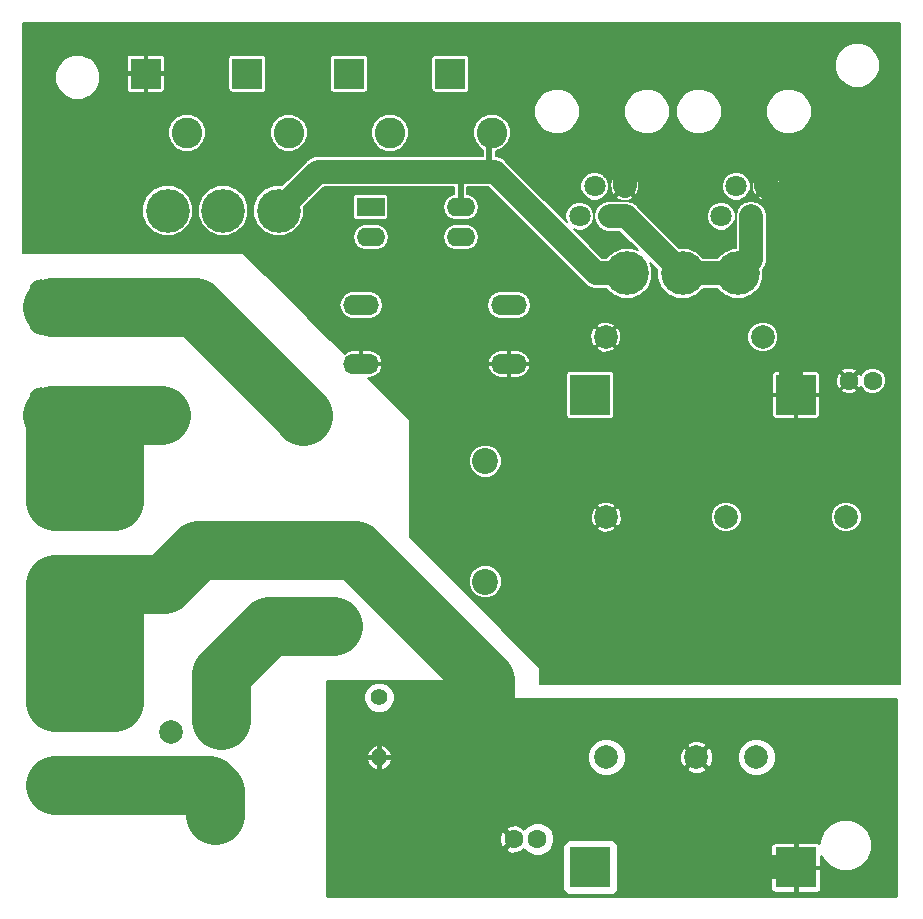
<source format=gbl>
G04 #@! TF.GenerationSoftware,KiCad,Pcbnew,(5.0.2)-1*
G04 #@! TF.CreationDate,2019-05-12T17:58:37+02:00*
G04 #@! TF.ProjectId,SystemSupply,53797374-656d-4537-9570-706c792e6b69,rev?*
G04 #@! TF.SameCoordinates,Original*
G04 #@! TF.FileFunction,Copper,L2,Bot*
G04 #@! TF.FilePolarity,Positive*
%FSLAX46Y46*%
G04 Gerber Fmt 4.6, Leading zero omitted, Abs format (unit mm)*
G04 Created by KiCad (PCBNEW (5.0.2)-1) date 12.05.2019 17:58:37*
%MOMM*%
%LPD*%
G01*
G04 APERTURE LIST*
G04 #@! TA.AperFunction,ComponentPad*
%ADD10R,3.450000X3.450000*%
G04 #@! TD*
G04 #@! TA.AperFunction,ComponentPad*
%ADD11C,4.200000*%
G04 #@! TD*
G04 #@! TA.AperFunction,ComponentPad*
%ADD12C,2.200000*%
G04 #@! TD*
G04 #@! TA.AperFunction,ComponentPad*
%ADD13O,3.048000X1.727200*%
G04 #@! TD*
G04 #@! TA.AperFunction,ComponentPad*
%ADD14C,1.800000*%
G04 #@! TD*
G04 #@! TA.AperFunction,ComponentPad*
%ADD15R,2.600000X2.600000*%
G04 #@! TD*
G04 #@! TA.AperFunction,ComponentPad*
%ADD16C,2.600000*%
G04 #@! TD*
G04 #@! TA.AperFunction,ComponentPad*
%ADD17O,2.000000X4.700000*%
G04 #@! TD*
G04 #@! TA.AperFunction,ComponentPad*
%ADD18O,2.000000X4.750000*%
G04 #@! TD*
G04 #@! TA.AperFunction,ComponentPad*
%ADD19O,4.000000X2.400000*%
G04 #@! TD*
G04 #@! TA.AperFunction,ComponentPad*
%ADD20O,4.000000X2.500000*%
G04 #@! TD*
G04 #@! TA.AperFunction,ComponentPad*
%ADD21C,1.600000*%
G04 #@! TD*
G04 #@! TA.AperFunction,ComponentPad*
%ADD22C,2.000000*%
G04 #@! TD*
G04 #@! TA.AperFunction,ComponentPad*
%ADD23C,3.700000*%
G04 #@! TD*
G04 #@! TA.AperFunction,ComponentPad*
%ADD24O,2.400000X1.600000*%
G04 #@! TD*
G04 #@! TA.AperFunction,ComponentPad*
%ADD25R,2.400000X1.600000*%
G04 #@! TD*
G04 #@! TA.AperFunction,ComponentPad*
%ADD26O,1.400000X1.400000*%
G04 #@! TD*
G04 #@! TA.AperFunction,ComponentPad*
%ADD27C,1.400000*%
G04 #@! TD*
G04 #@! TA.AperFunction,ViaPad*
%ADD28C,0.700000*%
G04 #@! TD*
G04 #@! TA.AperFunction,Conductor*
%ADD29C,5.000000*%
G04 #@! TD*
G04 #@! TA.AperFunction,Conductor*
%ADD30C,2.000000*%
G04 #@! TD*
G04 #@! TA.AperFunction,Conductor*
%ADD31C,0.500000*%
G04 #@! TD*
G04 #@! TA.AperFunction,Conductor*
%ADD32C,0.254000*%
G04 #@! TD*
G04 #@! TA.AperFunction,Conductor*
%ADD33C,0.200000*%
G04 #@! TD*
G04 APERTURE END LIST*
D10*
G04 #@! TO.P,U2,4*
G04 #@! TO.N,GND*
X125800000Y-121900000D03*
G04 #@! TO.P,U2,3*
G04 #@! TO.N,/OUT+*
X108400000Y-121900000D03*
G04 #@! TO.P,U2,2*
G04 #@! TO.N,GNDPWR*
X125800000Y-161900000D03*
G04 #@! TO.P,U2,1*
G04 #@! TO.N,/IN+*
X108400000Y-161900000D03*
G04 #@! TD*
D11*
G04 #@! TO.P,K1,14*
G04 #@! TO.N,Net-(F1-Pad1)*
X84100000Y-123700000D03*
G04 #@! TO.P,K1,11*
G04 #@! TO.N,Net-(D1-Pad1)*
X86640000Y-141500000D03*
D12*
G04 #@! TO.P,K1,A1*
G04 #@! TO.N,Net-(J6-Pad1)*
X99500000Y-127500000D03*
G04 #@! TO.P,K1,A2*
G04 #@! TO.N,Net-(J6-Pad2)*
X99500000Y-137700000D03*
G04 #@! TD*
D13*
G04 #@! TO.P,SW3,1*
G04 #@! TO.N,Net-(D6-Pad2)*
X101500000Y-114300000D03*
G04 #@! TO.P,SW3,2*
G04 #@! TO.N,GND*
X101500000Y-119300000D03*
G04 #@! TO.P,SW3,1*
G04 #@! TO.N,Net-(D6-Pad2)*
X89000000Y-114300000D03*
G04 #@! TO.P,SW3,2*
G04 #@! TO.N,GND*
X89000000Y-119300000D03*
G04 #@! TD*
D14*
G04 #@! TO.P,J3,1*
G04 #@! TO.N,GND*
X123300000Y-104250000D03*
G04 #@! TO.P,J3,2*
G04 #@! TO.N,Net-(D2-Pad1)*
X122030000Y-106790000D03*
G04 #@! TO.P,J3,4*
G04 #@! TO.N,Net-(J3-Pad4)*
X119490000Y-106790000D03*
G04 #@! TO.P,J3,3*
G04 #@! TO.N,Net-(J3-Pad3)*
X120760000Y-104250000D03*
G04 #@! TD*
G04 #@! TO.P,J7,1*
G04 #@! TO.N,GND*
X111300000Y-104250000D03*
G04 #@! TO.P,J7,2*
G04 #@! TO.N,Net-(D2-Pad1)*
X110030000Y-106790000D03*
G04 #@! TO.P,J7,4*
G04 #@! TO.N,Net-(J3-Pad4)*
X107490000Y-106790000D03*
G04 #@! TO.P,J7,3*
G04 #@! TO.N,Net-(J3-Pad3)*
X108760000Y-104250000D03*
G04 #@! TD*
D15*
G04 #@! TO.P,J10,1*
G04 #@! TO.N,Net-(D7-Pad2)*
X87950000Y-94700000D03*
D16*
G04 #@! TO.P,J10,2*
G04 #@! TO.N,Net-(J10-Pad2)*
X91450000Y-99700000D03*
G04 #@! TD*
D15*
G04 #@! TO.P,J9,1*
G04 #@! TO.N,Net-(D6-Pad2)*
X96550000Y-94700000D03*
D16*
G04 #@! TO.P,J9,2*
G04 #@! TO.N,+12V*
X100050000Y-99700000D03*
G04 #@! TD*
D15*
G04 #@! TO.P,J8,1*
G04 #@! TO.N,GND*
X70750000Y-94700000D03*
D16*
G04 #@! TO.P,J8,2*
G04 #@! TO.N,Net-(D5-Pad1)*
X74250000Y-99700000D03*
G04 #@! TD*
D15*
G04 #@! TO.P,J6,1*
G04 #@! TO.N,Net-(J6-Pad1)*
X79350000Y-94700000D03*
D16*
G04 #@! TO.P,J6,2*
G04 #@! TO.N,Net-(J6-Pad2)*
X82850000Y-99700000D03*
G04 #@! TD*
D17*
G04 #@! TO.P,F1,2*
G04 #@! TO.N,Net-(F1-Pad2)*
X61920000Y-123572000D03*
D18*
X72080000Y-123572000D03*
D17*
G04 #@! TO.P,F1,1*
G04 #@! TO.N,Net-(F1-Pad1)*
X61920000Y-114428000D03*
D18*
X72080000Y-114428000D03*
G04 #@! TD*
D19*
G04 #@! TO.P,J4,1*
G04 #@! TO.N,GNDPWR*
X68100000Y-137900000D03*
D20*
X63100000Y-137900000D03*
G04 #@! TD*
D19*
G04 #@! TO.P,J5,1*
G04 #@! TO.N,GNDPWR*
X68100000Y-147900000D03*
D20*
X63100000Y-147900000D03*
G04 #@! TD*
D19*
G04 #@! TO.P,J2,1*
G04 #@! TO.N,Net-(F1-Pad2)*
X68100000Y-130900000D03*
D20*
X63100000Y-130900000D03*
G04 #@! TD*
D19*
G04 #@! TO.P,J1,1*
G04 #@! TO.N,+24V*
X68100000Y-154900000D03*
D20*
X63100000Y-154900000D03*
G04 #@! TD*
D21*
G04 #@! TO.P,C4,2*
G04 #@! TO.N,GND*
X130300000Y-120700000D03*
G04 #@! TO.P,C4,1*
G04 #@! TO.N,+12V*
X132300000Y-120700000D03*
G04 #@! TD*
G04 #@! TO.P,C3,1*
G04 #@! TO.N,/IN+*
X103900000Y-159500000D03*
G04 #@! TO.P,C3,2*
G04 #@! TO.N,GNDPWR*
X101900000Y-159500000D03*
G04 #@! TD*
D22*
G04 #@! TO.P,TP1,1*
G04 #@! TO.N,Net-(D1-Pad1)*
X72900000Y-150400000D03*
G04 #@! TD*
G04 #@! TO.P,TP5,1*
G04 #@! TO.N,+12V*
X123000000Y-117000000D03*
G04 #@! TD*
G04 #@! TO.P,TP6,1*
G04 #@! TO.N,GND*
X109700000Y-117000000D03*
G04 #@! TD*
D23*
G04 #@! TO.P,SW2,3*
G04 #@! TO.N,Net-(D5-Pad1)*
X72600000Y-106300000D03*
G04 #@! TO.P,SW2,2*
X77300000Y-106300000D03*
G04 #@! TO.P,SW2,1*
G04 #@! TO.N,+12V*
X82000000Y-106300000D03*
G04 #@! TD*
G04 #@! TO.P,SW1,3*
G04 #@! TO.N,Net-(D2-Pad1)*
X120900000Y-111600000D03*
G04 #@! TO.P,SW1,2*
X116200000Y-111600000D03*
G04 #@! TO.P,SW1,1*
G04 #@! TO.N,+12V*
X111500000Y-111600000D03*
G04 #@! TD*
D22*
G04 #@! TO.P,U3,5*
G04 #@! TO.N,GND*
X109740000Y-132240000D03*
G04 #@! TO.P,U3,4*
G04 #@! TO.N,Net-(U3-Pad4)*
X119900000Y-132240000D03*
G04 #@! TO.P,U3,3*
G04 #@! TO.N,/OUT+*
X130060000Y-132240000D03*
G04 #@! TO.P,U3,6*
G04 #@! TO.N,Net-(U3-Pad6)*
X109740000Y-152560000D03*
G04 #@! TO.P,U3,1*
G04 #@! TO.N,/IN+*
X122440000Y-152560000D03*
G04 #@! TO.P,U3,2*
G04 #@! TO.N,GNDPWR*
X117360000Y-152560000D03*
G04 #@! TD*
D24*
G04 #@! TO.P,U4,4*
G04 #@! TO.N,+12V*
X97420000Y-106000000D03*
G04 #@! TO.P,U4,2*
G04 #@! TO.N,Net-(D7-Pad2)*
X89800000Y-108540000D03*
G04 #@! TO.P,U4,3*
G04 #@! TO.N,Net-(Q2-Pad1)*
X97420000Y-108540000D03*
D25*
G04 #@! TO.P,U4,1*
G04 #@! TO.N,Net-(D7-Pad1)*
X89800000Y-106000000D03*
G04 #@! TD*
D26*
G04 #@! TO.P,R1,2*
G04 #@! TO.N,GNDPWR*
X90500000Y-152580000D03*
D27*
G04 #@! TO.P,R1,1*
G04 #@! TO.N,Net-(D1-Pad1)*
X90500000Y-147500000D03*
G04 #@! TD*
D28*
G04 #@! TO.N,Net-(D1-Pad1)*
X78600000Y-148200000D03*
X78600000Y-150900000D03*
X78600000Y-150000000D03*
X78600000Y-147300000D03*
X78600000Y-149100000D03*
X77700000Y-148200000D03*
X77700000Y-150900000D03*
X77700000Y-150000000D03*
X77700000Y-147300000D03*
X77700000Y-149100000D03*
X76800000Y-148200000D03*
X76800000Y-150900000D03*
X76800000Y-150000000D03*
X76800000Y-147300000D03*
X76800000Y-149100000D03*
X75900000Y-147300000D03*
X75900000Y-148200000D03*
X75900000Y-150900000D03*
X75900000Y-149100000D03*
X75900000Y-150000000D03*
G04 #@! TO.N,GNDPWR*
X118000000Y-162000000D03*
X128000000Y-149000000D03*
X99500000Y-147800000D03*
X98000000Y-159000000D03*
X93000000Y-157000000D03*
X92000000Y-150000000D03*
X90000000Y-150000000D03*
X133000000Y-163000000D03*
X133000000Y-158000000D03*
X133000000Y-153000000D03*
X133000000Y-149000000D03*
X123000000Y-149000000D03*
X118000000Y-149000000D03*
X112000000Y-149000000D03*
X107000000Y-149000000D03*
X99500000Y-147800000D03*
X96000000Y-150000000D03*
X99500000Y-147800000D03*
X99500000Y-147800000D03*
X99500000Y-147800000D03*
X97000000Y-150000000D03*
X98000000Y-150000000D03*
X122075000Y-161900000D03*
X90000000Y-163000000D03*
G04 #@! TO.N,GND*
X94000000Y-134000000D03*
X94000000Y-107000000D03*
X97000000Y-113000000D03*
X107000000Y-116000000D03*
X133000000Y-145000000D03*
X128000000Y-145000000D03*
X123000000Y-145000000D03*
X118000000Y-145000000D03*
X113000000Y-145000000D03*
X108000000Y-145000000D03*
X105000000Y-145000000D03*
X102000000Y-142000000D03*
X100000000Y-140000000D03*
X97000000Y-137000000D03*
X94000000Y-129000000D03*
X94000000Y-124000000D03*
X92000000Y-121000000D03*
X87000000Y-117000000D03*
X84000000Y-114000000D03*
X80000000Y-110000000D03*
X75000000Y-109000000D03*
X70000000Y-109000000D03*
X62000000Y-109000000D03*
X62000000Y-92000000D03*
X62000000Y-97000000D03*
X62000000Y-102000000D03*
X67000000Y-92000000D03*
X72000000Y-92000000D03*
X77000000Y-92000000D03*
X82000000Y-92000000D03*
X87000000Y-92000000D03*
X92000000Y-92000000D03*
X97000000Y-92000000D03*
X102000000Y-92000000D03*
X107000000Y-92000000D03*
X133000000Y-92000000D03*
X128000000Y-92000000D03*
X123000000Y-92000000D03*
X118000000Y-92000000D03*
X113000000Y-92000000D03*
X133000000Y-97000000D03*
X133000000Y-102000000D03*
X133000000Y-110000000D03*
X133000000Y-115000000D03*
X133000000Y-126000000D03*
X129000000Y-126000000D03*
X126000000Y-126000000D03*
X125400000Y-119000000D03*
X115000000Y-119000000D03*
X106000000Y-119000000D03*
X99000000Y-131000000D03*
X110000000Y-135000000D03*
X110000000Y-129000000D03*
X133000000Y-140000000D03*
X133000000Y-135000000D03*
X133000000Y-130000000D03*
X89000000Y-98000000D03*
X95000000Y-100000000D03*
X105000000Y-103000000D03*
X101000000Y-111000000D03*
X82000000Y-103000000D03*
X119000000Y-114000000D03*
X125400000Y-114000000D03*
X125400000Y-109000000D03*
X119000000Y-109000000D03*
X116000000Y-106000000D03*
X114000000Y-106000000D03*
X127000000Y-104000000D03*
X121600000Y-101200000D03*
X89000000Y-101000000D03*
X74000000Y-103000000D03*
G04 #@! TO.N,+24V*
X77900000Y-157300000D03*
X77900000Y-155500000D03*
X77900000Y-154600000D03*
X77900000Y-156400000D03*
X77900000Y-158200000D03*
X77000000Y-157300000D03*
X77000000Y-155500000D03*
X77000000Y-154600000D03*
X77000000Y-156400000D03*
X77000000Y-158200000D03*
X76100000Y-157300000D03*
X76100000Y-155500000D03*
X76100000Y-154600000D03*
X76100000Y-156400000D03*
X76100000Y-158200000D03*
X75200000Y-154600000D03*
X75200000Y-155500000D03*
X75200000Y-156400000D03*
X75200000Y-157300000D03*
X75200000Y-158200000D03*
G04 #@! TD*
D29*
G04 #@! TO.N,Net-(D1-Pad1)*
X86640000Y-141500000D02*
X81200000Y-141500000D01*
X77160000Y-145540000D02*
X77160000Y-149450000D01*
X81200000Y-141500000D02*
X77160000Y-145540000D01*
G04 #@! TO.N,GNDPWR*
X63100000Y-147900000D02*
X68100000Y-147900000D01*
X68100000Y-147900000D02*
X68100000Y-137900000D01*
X63100000Y-137900000D02*
X68100000Y-137900000D01*
X63100000Y-137900000D02*
X63100000Y-147900000D01*
X99500000Y-146000000D02*
X98000000Y-150000000D01*
X88500000Y-135000000D02*
X99500000Y-146000000D01*
X68100000Y-137900000D02*
X72285045Y-137900000D01*
X75185045Y-135000000D02*
X88500000Y-135000000D01*
X72285045Y-137900000D02*
X75185045Y-135000000D01*
X99500000Y-147800000D02*
X99500000Y-147800000D01*
D30*
X122075000Y-161900000D02*
X122075000Y-161900000D01*
X125800000Y-161900000D02*
X122075000Y-161900000D01*
D29*
X99500000Y-147800000D02*
X99500000Y-147800000D01*
X99500000Y-147800000D02*
X99500000Y-147800000D01*
X99500000Y-147800000D02*
X99500000Y-147800000D01*
X99500000Y-147800000D02*
X99500000Y-147800000D01*
X97000000Y-150000000D02*
X99500000Y-147800000D01*
X97000000Y-150000000D02*
X97000000Y-150000000D01*
X98000000Y-150000000D02*
X97000000Y-150000000D01*
D30*
X122075000Y-161900000D02*
X121975000Y-161800000D01*
G04 #@! TO.N,GND*
X125400000Y-106350000D02*
X123300000Y-104250000D01*
X125400000Y-121600000D02*
X125400000Y-119000000D01*
X111300000Y-102800000D02*
X111300000Y-104250000D01*
X121600000Y-101200000D02*
X121600000Y-101200000D01*
X112900000Y-101200000D02*
X111300000Y-102800000D01*
X123300000Y-104250000D02*
X123300000Y-102900000D01*
X123300000Y-102900000D02*
X121600000Y-101200000D01*
X125400000Y-119000000D02*
X125400000Y-114000000D01*
X125400000Y-114000000D02*
X125400000Y-109000000D01*
X125400000Y-109000000D02*
X125400000Y-106350000D01*
X121600000Y-101200000D02*
X112900000Y-101200000D01*
D29*
G04 #@! TO.N,+24V*
X76600000Y-155400000D02*
X76600000Y-157500000D01*
X63100000Y-154900000D02*
X76100000Y-154900000D01*
X76100000Y-154900000D02*
X76600000Y-155400000D01*
D30*
G04 #@! TO.N,+12V*
X85300000Y-103000000D02*
X83849999Y-104450001D01*
X100283705Y-103000000D02*
X85300000Y-103000000D01*
X111500000Y-111600000D02*
X108883705Y-111600000D01*
X83849999Y-104450001D02*
X82000000Y-106300000D01*
X108883705Y-111600000D02*
X100283705Y-103000000D01*
D31*
X99750000Y-99700000D02*
X99850000Y-99800000D01*
X99850000Y-99800000D02*
X99850000Y-102566295D01*
X97420000Y-106000000D02*
X97420000Y-103380000D01*
D29*
G04 #@! TO.N,Net-(F1-Pad1)*
X72080000Y-114428000D02*
X62775010Y-114428000D01*
X74928000Y-114428000D02*
X72080000Y-114428000D01*
X84100000Y-123700000D02*
X84100000Y-123600000D01*
X84100000Y-123600000D02*
X74928000Y-114428000D01*
G04 #@! TO.N,Net-(F1-Pad2)*
X72080000Y-123572000D02*
X62775010Y-123572000D01*
X68100000Y-130900000D02*
X68100000Y-123572000D01*
X63100000Y-130900000D02*
X68100000Y-130900000D01*
X63100000Y-130900000D02*
X63100000Y-123896990D01*
D30*
G04 #@! TO.N,Net-(D2-Pad1)*
X111390000Y-106790000D02*
X110030000Y-106790000D01*
X116200000Y-111600000D02*
X111390000Y-106790000D01*
X122030000Y-110470000D02*
X122030000Y-106790000D01*
X120900000Y-111600000D02*
X122030000Y-110470000D01*
X116200000Y-111600000D02*
X120900000Y-111600000D01*
G04 #@! TD*
D32*
G04 #@! TO.N,GNDPWR*
G36*
X101873000Y-147500000D02*
X101882667Y-147548601D01*
X101910197Y-147589803D01*
X101951399Y-147617333D01*
X102000000Y-147627000D01*
X134290001Y-147627000D01*
X134290001Y-164290000D01*
X86127000Y-164290000D01*
X86127000Y-159279431D01*
X100668560Y-159279431D01*
X100677890Y-159767473D01*
X100846706Y-160175030D01*
X101040896Y-160255867D01*
X101796762Y-159500000D01*
X101040896Y-158744133D01*
X100846706Y-158824970D01*
X100668560Y-159279431D01*
X86127000Y-159279431D01*
X86127000Y-158640896D01*
X101144133Y-158640896D01*
X101900000Y-159396762D01*
X101914142Y-159382620D01*
X102017380Y-159485858D01*
X102003238Y-159500000D01*
X102017380Y-159514142D01*
X101914142Y-159617380D01*
X101900000Y-159603238D01*
X101144133Y-160359104D01*
X101224970Y-160553294D01*
X101679431Y-160731440D01*
X102167473Y-160722110D01*
X102575030Y-160553294D01*
X102655866Y-160359106D01*
X102731238Y-160434478D01*
X102768160Y-160397556D01*
X103087138Y-160716534D01*
X103614561Y-160935000D01*
X104185439Y-160935000D01*
X104712862Y-160716534D01*
X105116534Y-160312862D01*
X105173638Y-160175000D01*
X106027560Y-160175000D01*
X106027560Y-163625000D01*
X106076843Y-163872765D01*
X106217191Y-164082809D01*
X106427235Y-164223157D01*
X106675000Y-164272440D01*
X110125000Y-164272440D01*
X110372765Y-164223157D01*
X110582809Y-164082809D01*
X110723157Y-163872765D01*
X110772440Y-163625000D01*
X110772440Y-162079750D01*
X123648000Y-162079750D01*
X123648000Y-163709935D01*
X123713007Y-163866876D01*
X123833124Y-163986993D01*
X123990064Y-164052000D01*
X125620250Y-164052000D01*
X125727000Y-163945250D01*
X125727000Y-161973000D01*
X125873000Y-161973000D01*
X125873000Y-163945250D01*
X125979750Y-164052000D01*
X127609936Y-164052000D01*
X127766876Y-163986993D01*
X127886993Y-163866876D01*
X127952000Y-163709935D01*
X127952000Y-162079750D01*
X127845250Y-161973000D01*
X125873000Y-161973000D01*
X125727000Y-161973000D01*
X123754750Y-161973000D01*
X123648000Y-162079750D01*
X110772440Y-162079750D01*
X110772440Y-160175000D01*
X110755546Y-160090065D01*
X123648000Y-160090065D01*
X123648000Y-161720250D01*
X123754750Y-161827000D01*
X125727000Y-161827000D01*
X125727000Y-159854750D01*
X125873000Y-159854750D01*
X125873000Y-161827000D01*
X127845250Y-161827000D01*
X127952000Y-161720250D01*
X127952000Y-160896026D01*
X128105259Y-161266026D01*
X128733974Y-161894741D01*
X129555431Y-162235000D01*
X130444569Y-162235000D01*
X131266026Y-161894741D01*
X131894741Y-161266026D01*
X132235000Y-160444569D01*
X132235000Y-159555431D01*
X131894741Y-158733974D01*
X131266026Y-158105259D01*
X130444569Y-157765000D01*
X129555431Y-157765000D01*
X128733974Y-158105259D01*
X128105259Y-158733974D01*
X127765000Y-159555431D01*
X127765000Y-159812230D01*
X127609936Y-159748000D01*
X125979750Y-159748000D01*
X125873000Y-159854750D01*
X125727000Y-159854750D01*
X125620250Y-159748000D01*
X123990064Y-159748000D01*
X123833124Y-159813007D01*
X123713007Y-159933124D01*
X123648000Y-160090065D01*
X110755546Y-160090065D01*
X110723157Y-159927235D01*
X110582809Y-159717191D01*
X110372765Y-159576843D01*
X110125000Y-159527560D01*
X106675000Y-159527560D01*
X106427235Y-159576843D01*
X106217191Y-159717191D01*
X106076843Y-159927235D01*
X106027560Y-160175000D01*
X105173638Y-160175000D01*
X105335000Y-159785439D01*
X105335000Y-159214561D01*
X105116534Y-158687138D01*
X104712862Y-158283466D01*
X104185439Y-158065000D01*
X103614561Y-158065000D01*
X103087138Y-158283466D01*
X102768160Y-158602444D01*
X102731238Y-158565522D01*
X102655866Y-158640894D01*
X102575030Y-158446706D01*
X102120569Y-158268560D01*
X101632527Y-158277890D01*
X101224970Y-158446706D01*
X101144133Y-158640896D01*
X86127000Y-158640896D01*
X86127000Y-152828034D01*
X89400625Y-152828034D01*
X89579228Y-153229866D01*
X89898011Y-153532762D01*
X90251967Y-153679367D01*
X90427000Y-153597635D01*
X90427000Y-152653000D01*
X90573000Y-152653000D01*
X90573000Y-153597635D01*
X90748033Y-153679367D01*
X91101989Y-153532762D01*
X91420772Y-153229866D01*
X91599375Y-152828034D01*
X91517891Y-152653000D01*
X90573000Y-152653000D01*
X90427000Y-152653000D01*
X89482109Y-152653000D01*
X89400625Y-152828034D01*
X86127000Y-152828034D01*
X86127000Y-152331966D01*
X89400625Y-152331966D01*
X89482109Y-152507000D01*
X90427000Y-152507000D01*
X90427000Y-151562365D01*
X90573000Y-151562365D01*
X90573000Y-152507000D01*
X91517891Y-152507000D01*
X91599375Y-152331966D01*
X91556178Y-152234778D01*
X108105000Y-152234778D01*
X108105000Y-152885222D01*
X108353914Y-153486153D01*
X108813847Y-153946086D01*
X109414778Y-154195000D01*
X110065222Y-154195000D01*
X110666153Y-153946086D01*
X111048693Y-153563546D01*
X116459691Y-153563546D01*
X116564933Y-153778511D01*
X117091758Y-153990016D01*
X117659420Y-153983815D01*
X118155067Y-153778511D01*
X118260309Y-153563546D01*
X117360000Y-152663238D01*
X116459691Y-153563546D01*
X111048693Y-153563546D01*
X111126086Y-153486153D01*
X111375000Y-152885222D01*
X111375000Y-152291758D01*
X115929984Y-152291758D01*
X115936185Y-152859420D01*
X116141489Y-153355067D01*
X116356454Y-153460309D01*
X117256762Y-152560000D01*
X117463238Y-152560000D01*
X118363546Y-153460309D01*
X118578511Y-153355067D01*
X118790016Y-152828242D01*
X118783815Y-152260580D01*
X118773128Y-152234778D01*
X120805000Y-152234778D01*
X120805000Y-152885222D01*
X121053914Y-153486153D01*
X121513847Y-153946086D01*
X122114778Y-154195000D01*
X122765222Y-154195000D01*
X123366153Y-153946086D01*
X123826086Y-153486153D01*
X124075000Y-152885222D01*
X124075000Y-152234778D01*
X123826086Y-151633847D01*
X123366153Y-151173914D01*
X122765222Y-150925000D01*
X122114778Y-150925000D01*
X121513847Y-151173914D01*
X121053914Y-151633847D01*
X120805000Y-152234778D01*
X118773128Y-152234778D01*
X118578511Y-151764933D01*
X118363546Y-151659691D01*
X117463238Y-152560000D01*
X117256762Y-152560000D01*
X116356454Y-151659691D01*
X116141489Y-151764933D01*
X115929984Y-152291758D01*
X111375000Y-152291758D01*
X111375000Y-152234778D01*
X111126086Y-151633847D01*
X111048693Y-151556454D01*
X116459691Y-151556454D01*
X117360000Y-152456762D01*
X118260309Y-151556454D01*
X118155067Y-151341489D01*
X117628242Y-151129984D01*
X117060580Y-151136185D01*
X116564933Y-151341489D01*
X116459691Y-151556454D01*
X111048693Y-151556454D01*
X110666153Y-151173914D01*
X110065222Y-150925000D01*
X109414778Y-150925000D01*
X108813847Y-151173914D01*
X108353914Y-151633847D01*
X108105000Y-152234778D01*
X91556178Y-152234778D01*
X91420772Y-151930134D01*
X91101989Y-151627238D01*
X90748033Y-151480633D01*
X90573000Y-151562365D01*
X90427000Y-151562365D01*
X90251967Y-151480633D01*
X89898011Y-151627238D01*
X89579228Y-151930134D01*
X89400625Y-152331966D01*
X86127000Y-152331966D01*
X86127000Y-147234452D01*
X89165000Y-147234452D01*
X89165000Y-147765548D01*
X89368242Y-148256217D01*
X89743783Y-148631758D01*
X90234452Y-148835000D01*
X90765548Y-148835000D01*
X91256217Y-148631758D01*
X91631758Y-148256217D01*
X91835000Y-147765548D01*
X91835000Y-147234452D01*
X91631758Y-146743783D01*
X91256217Y-146368242D01*
X90765548Y-146165000D01*
X90234452Y-146165000D01*
X89743783Y-146368242D01*
X89368242Y-146743783D01*
X89165000Y-147234452D01*
X86127000Y-147234452D01*
X86127000Y-146127000D01*
X101873000Y-146127000D01*
X101873000Y-147500000D01*
X101873000Y-147500000D01*
G37*
X101873000Y-147500000D02*
X101882667Y-147548601D01*
X101910197Y-147589803D01*
X101951399Y-147617333D01*
X102000000Y-147627000D01*
X134290001Y-147627000D01*
X134290001Y-164290000D01*
X86127000Y-164290000D01*
X86127000Y-159279431D01*
X100668560Y-159279431D01*
X100677890Y-159767473D01*
X100846706Y-160175030D01*
X101040896Y-160255867D01*
X101796762Y-159500000D01*
X101040896Y-158744133D01*
X100846706Y-158824970D01*
X100668560Y-159279431D01*
X86127000Y-159279431D01*
X86127000Y-158640896D01*
X101144133Y-158640896D01*
X101900000Y-159396762D01*
X101914142Y-159382620D01*
X102017380Y-159485858D01*
X102003238Y-159500000D01*
X102017380Y-159514142D01*
X101914142Y-159617380D01*
X101900000Y-159603238D01*
X101144133Y-160359104D01*
X101224970Y-160553294D01*
X101679431Y-160731440D01*
X102167473Y-160722110D01*
X102575030Y-160553294D01*
X102655866Y-160359106D01*
X102731238Y-160434478D01*
X102768160Y-160397556D01*
X103087138Y-160716534D01*
X103614561Y-160935000D01*
X104185439Y-160935000D01*
X104712862Y-160716534D01*
X105116534Y-160312862D01*
X105173638Y-160175000D01*
X106027560Y-160175000D01*
X106027560Y-163625000D01*
X106076843Y-163872765D01*
X106217191Y-164082809D01*
X106427235Y-164223157D01*
X106675000Y-164272440D01*
X110125000Y-164272440D01*
X110372765Y-164223157D01*
X110582809Y-164082809D01*
X110723157Y-163872765D01*
X110772440Y-163625000D01*
X110772440Y-162079750D01*
X123648000Y-162079750D01*
X123648000Y-163709935D01*
X123713007Y-163866876D01*
X123833124Y-163986993D01*
X123990064Y-164052000D01*
X125620250Y-164052000D01*
X125727000Y-163945250D01*
X125727000Y-161973000D01*
X125873000Y-161973000D01*
X125873000Y-163945250D01*
X125979750Y-164052000D01*
X127609936Y-164052000D01*
X127766876Y-163986993D01*
X127886993Y-163866876D01*
X127952000Y-163709935D01*
X127952000Y-162079750D01*
X127845250Y-161973000D01*
X125873000Y-161973000D01*
X125727000Y-161973000D01*
X123754750Y-161973000D01*
X123648000Y-162079750D01*
X110772440Y-162079750D01*
X110772440Y-160175000D01*
X110755546Y-160090065D01*
X123648000Y-160090065D01*
X123648000Y-161720250D01*
X123754750Y-161827000D01*
X125727000Y-161827000D01*
X125727000Y-159854750D01*
X125873000Y-159854750D01*
X125873000Y-161827000D01*
X127845250Y-161827000D01*
X127952000Y-161720250D01*
X127952000Y-160896026D01*
X128105259Y-161266026D01*
X128733974Y-161894741D01*
X129555431Y-162235000D01*
X130444569Y-162235000D01*
X131266026Y-161894741D01*
X131894741Y-161266026D01*
X132235000Y-160444569D01*
X132235000Y-159555431D01*
X131894741Y-158733974D01*
X131266026Y-158105259D01*
X130444569Y-157765000D01*
X129555431Y-157765000D01*
X128733974Y-158105259D01*
X128105259Y-158733974D01*
X127765000Y-159555431D01*
X127765000Y-159812230D01*
X127609936Y-159748000D01*
X125979750Y-159748000D01*
X125873000Y-159854750D01*
X125727000Y-159854750D01*
X125620250Y-159748000D01*
X123990064Y-159748000D01*
X123833124Y-159813007D01*
X123713007Y-159933124D01*
X123648000Y-160090065D01*
X110755546Y-160090065D01*
X110723157Y-159927235D01*
X110582809Y-159717191D01*
X110372765Y-159576843D01*
X110125000Y-159527560D01*
X106675000Y-159527560D01*
X106427235Y-159576843D01*
X106217191Y-159717191D01*
X106076843Y-159927235D01*
X106027560Y-160175000D01*
X105173638Y-160175000D01*
X105335000Y-159785439D01*
X105335000Y-159214561D01*
X105116534Y-158687138D01*
X104712862Y-158283466D01*
X104185439Y-158065000D01*
X103614561Y-158065000D01*
X103087138Y-158283466D01*
X102768160Y-158602444D01*
X102731238Y-158565522D01*
X102655866Y-158640894D01*
X102575030Y-158446706D01*
X102120569Y-158268560D01*
X101632527Y-158277890D01*
X101224970Y-158446706D01*
X101144133Y-158640896D01*
X86127000Y-158640896D01*
X86127000Y-152828034D01*
X89400625Y-152828034D01*
X89579228Y-153229866D01*
X89898011Y-153532762D01*
X90251967Y-153679367D01*
X90427000Y-153597635D01*
X90427000Y-152653000D01*
X90573000Y-152653000D01*
X90573000Y-153597635D01*
X90748033Y-153679367D01*
X91101989Y-153532762D01*
X91420772Y-153229866D01*
X91599375Y-152828034D01*
X91517891Y-152653000D01*
X90573000Y-152653000D01*
X90427000Y-152653000D01*
X89482109Y-152653000D01*
X89400625Y-152828034D01*
X86127000Y-152828034D01*
X86127000Y-152331966D01*
X89400625Y-152331966D01*
X89482109Y-152507000D01*
X90427000Y-152507000D01*
X90427000Y-151562365D01*
X90573000Y-151562365D01*
X90573000Y-152507000D01*
X91517891Y-152507000D01*
X91599375Y-152331966D01*
X91556178Y-152234778D01*
X108105000Y-152234778D01*
X108105000Y-152885222D01*
X108353914Y-153486153D01*
X108813847Y-153946086D01*
X109414778Y-154195000D01*
X110065222Y-154195000D01*
X110666153Y-153946086D01*
X111048693Y-153563546D01*
X116459691Y-153563546D01*
X116564933Y-153778511D01*
X117091758Y-153990016D01*
X117659420Y-153983815D01*
X118155067Y-153778511D01*
X118260309Y-153563546D01*
X117360000Y-152663238D01*
X116459691Y-153563546D01*
X111048693Y-153563546D01*
X111126086Y-153486153D01*
X111375000Y-152885222D01*
X111375000Y-152291758D01*
X115929984Y-152291758D01*
X115936185Y-152859420D01*
X116141489Y-153355067D01*
X116356454Y-153460309D01*
X117256762Y-152560000D01*
X117463238Y-152560000D01*
X118363546Y-153460309D01*
X118578511Y-153355067D01*
X118790016Y-152828242D01*
X118783815Y-152260580D01*
X118773128Y-152234778D01*
X120805000Y-152234778D01*
X120805000Y-152885222D01*
X121053914Y-153486153D01*
X121513847Y-153946086D01*
X122114778Y-154195000D01*
X122765222Y-154195000D01*
X123366153Y-153946086D01*
X123826086Y-153486153D01*
X124075000Y-152885222D01*
X124075000Y-152234778D01*
X123826086Y-151633847D01*
X123366153Y-151173914D01*
X122765222Y-150925000D01*
X122114778Y-150925000D01*
X121513847Y-151173914D01*
X121053914Y-151633847D01*
X120805000Y-152234778D01*
X118773128Y-152234778D01*
X118578511Y-151764933D01*
X118363546Y-151659691D01*
X117463238Y-152560000D01*
X117256762Y-152560000D01*
X116356454Y-151659691D01*
X116141489Y-151764933D01*
X115929984Y-152291758D01*
X111375000Y-152291758D01*
X111375000Y-152234778D01*
X111126086Y-151633847D01*
X111048693Y-151556454D01*
X116459691Y-151556454D01*
X117360000Y-152456762D01*
X118260309Y-151556454D01*
X118155067Y-151341489D01*
X117628242Y-151129984D01*
X117060580Y-151136185D01*
X116564933Y-151341489D01*
X116459691Y-151556454D01*
X111048693Y-151556454D01*
X110666153Y-151173914D01*
X110065222Y-150925000D01*
X109414778Y-150925000D01*
X108813847Y-151173914D01*
X108353914Y-151633847D01*
X108105000Y-152234778D01*
X91556178Y-152234778D01*
X91420772Y-151930134D01*
X91101989Y-151627238D01*
X90748033Y-151480633D01*
X90573000Y-151562365D01*
X90427000Y-151562365D01*
X90251967Y-151480633D01*
X89898011Y-151627238D01*
X89579228Y-151930134D01*
X89400625Y-152331966D01*
X86127000Y-152331966D01*
X86127000Y-147234452D01*
X89165000Y-147234452D01*
X89165000Y-147765548D01*
X89368242Y-148256217D01*
X89743783Y-148631758D01*
X90234452Y-148835000D01*
X90765548Y-148835000D01*
X91256217Y-148631758D01*
X91631758Y-148256217D01*
X91835000Y-147765548D01*
X91835000Y-147234452D01*
X91631758Y-146743783D01*
X91256217Y-146368242D01*
X90765548Y-146165000D01*
X90234452Y-146165000D01*
X89743783Y-146368242D01*
X89368242Y-146743783D01*
X89165000Y-147234452D01*
X86127000Y-147234452D01*
X86127000Y-146127000D01*
X101873000Y-146127000D01*
X101873000Y-147500000D01*
D33*
G04 #@! TO.N,GND*
G36*
X134625001Y-146400000D02*
X104100000Y-146400000D01*
X104100000Y-145000000D01*
X104092388Y-144961732D01*
X104070711Y-144929289D01*
X96562945Y-137421523D01*
X98100000Y-137421523D01*
X98100000Y-137978477D01*
X98313137Y-138493037D01*
X98706963Y-138886863D01*
X99221523Y-139100000D01*
X99778477Y-139100000D01*
X100293037Y-138886863D01*
X100686863Y-138493037D01*
X100900000Y-137978477D01*
X100900000Y-137421523D01*
X100686863Y-136906963D01*
X100293037Y-136513137D01*
X99778477Y-136300000D01*
X99221523Y-136300000D01*
X98706963Y-136513137D01*
X98313137Y-136906963D01*
X98100000Y-137421523D01*
X96562945Y-137421523D01*
X93100000Y-133958578D01*
X93100000Y-133192094D01*
X108929328Y-133192094D01*
X109044032Y-133368049D01*
X109528695Y-133548517D01*
X110045527Y-133529775D01*
X110435968Y-133368049D01*
X110550672Y-133192094D01*
X109740000Y-132381421D01*
X108929328Y-133192094D01*
X93100000Y-133192094D01*
X93100000Y-132028695D01*
X108431483Y-132028695D01*
X108450225Y-132545527D01*
X108611951Y-132935968D01*
X108787906Y-133050672D01*
X109598579Y-132240000D01*
X109881421Y-132240000D01*
X110692094Y-133050672D01*
X110868049Y-132935968D01*
X111048517Y-132451305D01*
X111031478Y-131981414D01*
X118600000Y-131981414D01*
X118600000Y-132498586D01*
X118797913Y-132976391D01*
X119163609Y-133342087D01*
X119641414Y-133540000D01*
X120158586Y-133540000D01*
X120636391Y-133342087D01*
X121002087Y-132976391D01*
X121200000Y-132498586D01*
X121200000Y-131981414D01*
X128760000Y-131981414D01*
X128760000Y-132498586D01*
X128957913Y-132976391D01*
X129323609Y-133342087D01*
X129801414Y-133540000D01*
X130318586Y-133540000D01*
X130796391Y-133342087D01*
X131162087Y-132976391D01*
X131360000Y-132498586D01*
X131360000Y-131981414D01*
X131162087Y-131503609D01*
X130796391Y-131137913D01*
X130318586Y-130940000D01*
X129801414Y-130940000D01*
X129323609Y-131137913D01*
X128957913Y-131503609D01*
X128760000Y-131981414D01*
X121200000Y-131981414D01*
X121002087Y-131503609D01*
X120636391Y-131137913D01*
X120158586Y-130940000D01*
X119641414Y-130940000D01*
X119163609Y-131137913D01*
X118797913Y-131503609D01*
X118600000Y-131981414D01*
X111031478Y-131981414D01*
X111029775Y-131934473D01*
X110868049Y-131544032D01*
X110692094Y-131429328D01*
X109881421Y-132240000D01*
X109598579Y-132240000D01*
X108787906Y-131429328D01*
X108611951Y-131544032D01*
X108431483Y-132028695D01*
X93100000Y-132028695D01*
X93100000Y-131287906D01*
X108929328Y-131287906D01*
X109740000Y-132098579D01*
X110550672Y-131287906D01*
X110435968Y-131111951D01*
X109951305Y-130931483D01*
X109434473Y-130950225D01*
X109044032Y-131111951D01*
X108929328Y-131287906D01*
X93100000Y-131287906D01*
X93100000Y-127221523D01*
X98100000Y-127221523D01*
X98100000Y-127778477D01*
X98313137Y-128293037D01*
X98706963Y-128686863D01*
X99221523Y-128900000D01*
X99778477Y-128900000D01*
X100293037Y-128686863D01*
X100686863Y-128293037D01*
X100900000Y-127778477D01*
X100900000Y-127221523D01*
X100686863Y-126706963D01*
X100293037Y-126313137D01*
X99778477Y-126100000D01*
X99221523Y-126100000D01*
X98706963Y-126313137D01*
X98313137Y-126706963D01*
X98100000Y-127221523D01*
X93100000Y-127221523D01*
X93100000Y-124000000D01*
X93092388Y-123961732D01*
X93070711Y-123929289D01*
X89605022Y-120463600D01*
X89760400Y-120463600D01*
X90198078Y-120336758D01*
X90553900Y-120052079D01*
X90773695Y-119652903D01*
X90789779Y-119580123D01*
X99710221Y-119580123D01*
X99726305Y-119652903D01*
X99946100Y-120052079D01*
X100301922Y-120336758D01*
X100739600Y-120463600D01*
X101400000Y-120463600D01*
X101400000Y-119400000D01*
X101600000Y-119400000D01*
X101600000Y-120463600D01*
X102260400Y-120463600D01*
X102698078Y-120336758D01*
X102900260Y-120175000D01*
X106369123Y-120175000D01*
X106369123Y-123625000D01*
X106392407Y-123742054D01*
X106458712Y-123841288D01*
X106557946Y-123907593D01*
X106675000Y-123930877D01*
X110125000Y-123930877D01*
X110242054Y-123907593D01*
X110341288Y-123841288D01*
X110407593Y-123742054D01*
X110430877Y-123625000D01*
X110430877Y-122075000D01*
X123775000Y-122075000D01*
X123775000Y-123684674D01*
X123820672Y-123794937D01*
X123905064Y-123879328D01*
X124015327Y-123925000D01*
X125625000Y-123925000D01*
X125700000Y-123850000D01*
X125700000Y-122000000D01*
X125900000Y-122000000D01*
X125900000Y-123850000D01*
X125975000Y-123925000D01*
X127584673Y-123925000D01*
X127694936Y-123879328D01*
X127779328Y-123794937D01*
X127825000Y-123684674D01*
X127825000Y-122075000D01*
X127750000Y-122000000D01*
X125900000Y-122000000D01*
X125700000Y-122000000D01*
X123850000Y-122000000D01*
X123775000Y-122075000D01*
X110430877Y-122075000D01*
X110430877Y-120175000D01*
X110419007Y-120115326D01*
X123775000Y-120115326D01*
X123775000Y-121725000D01*
X123850000Y-121800000D01*
X125700000Y-121800000D01*
X125700000Y-119950000D01*
X125900000Y-119950000D01*
X125900000Y-121800000D01*
X127750000Y-121800000D01*
X127825000Y-121725000D01*
X127825000Y-121507347D01*
X129634074Y-121507347D01*
X129724297Y-121662517D01*
X130136459Y-121809562D01*
X130573519Y-121787686D01*
X130875703Y-121662517D01*
X130965926Y-121507347D01*
X130300000Y-120841421D01*
X129634074Y-121507347D01*
X127825000Y-121507347D01*
X127825000Y-120536459D01*
X129190438Y-120536459D01*
X129212314Y-120973519D01*
X129337483Y-121275703D01*
X129492653Y-121365926D01*
X130158579Y-120700000D01*
X130441421Y-120700000D01*
X131107347Y-121365926D01*
X131262517Y-121275703D01*
X131301996Y-121165044D01*
X131367465Y-121323100D01*
X131676900Y-121632535D01*
X132081196Y-121800000D01*
X132518804Y-121800000D01*
X132923100Y-121632535D01*
X133232535Y-121323100D01*
X133400000Y-120918804D01*
X133400000Y-120481196D01*
X133232535Y-120076900D01*
X132923100Y-119767465D01*
X132518804Y-119600000D01*
X132081196Y-119600000D01*
X131676900Y-119767465D01*
X131367465Y-120076900D01*
X131305175Y-120227282D01*
X131262517Y-120124297D01*
X131107347Y-120034074D01*
X130441421Y-120700000D01*
X130158579Y-120700000D01*
X129492653Y-120034074D01*
X129337483Y-120124297D01*
X129190438Y-120536459D01*
X127825000Y-120536459D01*
X127825000Y-120115326D01*
X127779328Y-120005063D01*
X127694936Y-119920672D01*
X127627292Y-119892653D01*
X129634074Y-119892653D01*
X130300000Y-120558579D01*
X130965926Y-119892653D01*
X130875703Y-119737483D01*
X130463541Y-119590438D01*
X130026481Y-119612314D01*
X129724297Y-119737483D01*
X129634074Y-119892653D01*
X127627292Y-119892653D01*
X127584673Y-119875000D01*
X125975000Y-119875000D01*
X125900000Y-119950000D01*
X125700000Y-119950000D01*
X125625000Y-119875000D01*
X124015327Y-119875000D01*
X123905064Y-119920672D01*
X123820672Y-120005063D01*
X123775000Y-120115326D01*
X110419007Y-120115326D01*
X110407593Y-120057946D01*
X110341288Y-119958712D01*
X110242054Y-119892407D01*
X110125000Y-119869123D01*
X106675000Y-119869123D01*
X106557946Y-119892407D01*
X106458712Y-119958712D01*
X106392407Y-120057946D01*
X106369123Y-120175000D01*
X102900260Y-120175000D01*
X103053900Y-120052079D01*
X103273695Y-119652903D01*
X103289779Y-119580123D01*
X103244397Y-119400000D01*
X101600000Y-119400000D01*
X101400000Y-119400000D01*
X99755603Y-119400000D01*
X99710221Y-119580123D01*
X90789779Y-119580123D01*
X90744397Y-119400000D01*
X89100000Y-119400000D01*
X89100000Y-119420000D01*
X88900000Y-119420000D01*
X88900000Y-119400000D01*
X88880000Y-119400000D01*
X88880000Y-119200000D01*
X88900000Y-119200000D01*
X88900000Y-118136400D01*
X89100000Y-118136400D01*
X89100000Y-119200000D01*
X90744397Y-119200000D01*
X90789779Y-119019877D01*
X99710221Y-119019877D01*
X99755603Y-119200000D01*
X101400000Y-119200000D01*
X101400000Y-118136400D01*
X101600000Y-118136400D01*
X101600000Y-119200000D01*
X103244397Y-119200000D01*
X103289779Y-119019877D01*
X103273695Y-118947097D01*
X103053900Y-118547921D01*
X102698078Y-118263242D01*
X102260400Y-118136400D01*
X101600000Y-118136400D01*
X101400000Y-118136400D01*
X100739600Y-118136400D01*
X100301922Y-118263242D01*
X99946100Y-118547921D01*
X99726305Y-118947097D01*
X99710221Y-119019877D01*
X90789779Y-119019877D01*
X90773695Y-118947097D01*
X90553900Y-118547921D01*
X90198078Y-118263242D01*
X89760400Y-118136400D01*
X89100000Y-118136400D01*
X88900000Y-118136400D01*
X88239600Y-118136400D01*
X87801922Y-118263242D01*
X87581230Y-118439808D01*
X87093516Y-117952094D01*
X108889328Y-117952094D01*
X109004032Y-118128049D01*
X109488695Y-118308517D01*
X110005527Y-118289775D01*
X110395968Y-118128049D01*
X110510672Y-117952094D01*
X109700000Y-117141421D01*
X108889328Y-117952094D01*
X87093516Y-117952094D01*
X85930117Y-116788695D01*
X108391483Y-116788695D01*
X108410225Y-117305527D01*
X108571951Y-117695968D01*
X108747906Y-117810672D01*
X109558579Y-117000000D01*
X109841421Y-117000000D01*
X110652094Y-117810672D01*
X110828049Y-117695968D01*
X111008517Y-117211305D01*
X110991478Y-116741414D01*
X121700000Y-116741414D01*
X121700000Y-117258586D01*
X121897913Y-117736391D01*
X122263609Y-118102087D01*
X122741414Y-118300000D01*
X123258586Y-118300000D01*
X123736391Y-118102087D01*
X124102087Y-117736391D01*
X124300000Y-117258586D01*
X124300000Y-116741414D01*
X124102087Y-116263609D01*
X123736391Y-115897913D01*
X123258586Y-115700000D01*
X122741414Y-115700000D01*
X122263609Y-115897913D01*
X121897913Y-116263609D01*
X121700000Y-116741414D01*
X110991478Y-116741414D01*
X110989775Y-116694473D01*
X110828049Y-116304032D01*
X110652094Y-116189328D01*
X109841421Y-117000000D01*
X109558579Y-117000000D01*
X108747906Y-116189328D01*
X108571951Y-116304032D01*
X108391483Y-116788695D01*
X85930117Y-116788695D01*
X85189328Y-116047906D01*
X108889328Y-116047906D01*
X109700000Y-116858579D01*
X110510672Y-116047906D01*
X110395968Y-115871951D01*
X109911305Y-115691483D01*
X109394473Y-115710225D01*
X109004032Y-115871951D01*
X108889328Y-116047906D01*
X85189328Y-116047906D01*
X83441422Y-114300000D01*
X87153204Y-114300000D01*
X87243513Y-114754014D01*
X87500691Y-115138909D01*
X87885586Y-115396087D01*
X88224997Y-115463600D01*
X89775003Y-115463600D01*
X90114414Y-115396087D01*
X90499309Y-115138909D01*
X90756487Y-114754014D01*
X90846796Y-114300000D01*
X99653204Y-114300000D01*
X99743513Y-114754014D01*
X100000691Y-115138909D01*
X100385586Y-115396087D01*
X100724997Y-115463600D01*
X102275003Y-115463600D01*
X102614414Y-115396087D01*
X102999309Y-115138909D01*
X103256487Y-114754014D01*
X103346796Y-114300000D01*
X103256487Y-113845986D01*
X102999309Y-113461091D01*
X102614414Y-113203913D01*
X102275003Y-113136400D01*
X100724997Y-113136400D01*
X100385586Y-113203913D01*
X100000691Y-113461091D01*
X99743513Y-113845986D01*
X99653204Y-114300000D01*
X90846796Y-114300000D01*
X90756487Y-113845986D01*
X90499309Y-113461091D01*
X90114414Y-113203913D01*
X89775003Y-113136400D01*
X88224997Y-113136400D01*
X87885586Y-113203913D01*
X87500691Y-113461091D01*
X87243513Y-113845986D01*
X87153204Y-114300000D01*
X83441422Y-114300000D01*
X79070711Y-109929289D01*
X79038268Y-109907612D01*
X79000000Y-109900000D01*
X60375000Y-109900000D01*
X60375000Y-108540000D01*
X88278450Y-108540000D01*
X88363823Y-108969199D01*
X88606944Y-109333056D01*
X88970801Y-109576177D01*
X89291661Y-109640000D01*
X90308339Y-109640000D01*
X90629199Y-109576177D01*
X90993056Y-109333056D01*
X91236177Y-108969199D01*
X91321550Y-108540000D01*
X95898450Y-108540000D01*
X95983823Y-108969199D01*
X96226944Y-109333056D01*
X96590801Y-109576177D01*
X96911661Y-109640000D01*
X97928339Y-109640000D01*
X98249199Y-109576177D01*
X98613056Y-109333056D01*
X98856177Y-108969199D01*
X98941550Y-108540000D01*
X98856177Y-108110801D01*
X98613056Y-107746944D01*
X98249199Y-107503823D01*
X97928339Y-107440000D01*
X96911661Y-107440000D01*
X96590801Y-107503823D01*
X96226944Y-107746944D01*
X95983823Y-108110801D01*
X95898450Y-108540000D01*
X91321550Y-108540000D01*
X91236177Y-108110801D01*
X90993056Y-107746944D01*
X90629199Y-107503823D01*
X90308339Y-107440000D01*
X89291661Y-107440000D01*
X88970801Y-107503823D01*
X88606944Y-107746944D01*
X88363823Y-108110801D01*
X88278450Y-108540000D01*
X60375000Y-108540000D01*
X60375000Y-105872338D01*
X70450000Y-105872338D01*
X70450000Y-106727662D01*
X70777318Y-107517877D01*
X71382123Y-108122682D01*
X72172338Y-108450000D01*
X73027662Y-108450000D01*
X73817877Y-108122682D01*
X74422682Y-107517877D01*
X74750000Y-106727662D01*
X74750000Y-105872338D01*
X75150000Y-105872338D01*
X75150000Y-106727662D01*
X75477318Y-107517877D01*
X76082123Y-108122682D01*
X76872338Y-108450000D01*
X77727662Y-108450000D01*
X78517877Y-108122682D01*
X79122682Y-107517877D01*
X79450000Y-106727662D01*
X79450000Y-105872338D01*
X79850000Y-105872338D01*
X79850000Y-106727662D01*
X80177318Y-107517877D01*
X80782123Y-108122682D01*
X81572338Y-108450000D01*
X82427662Y-108450000D01*
X83217877Y-108122682D01*
X83822682Y-107517877D01*
X84150000Y-106727662D01*
X84150000Y-105988477D01*
X84938477Y-105200000D01*
X88294123Y-105200000D01*
X88294123Y-106800000D01*
X88317407Y-106917054D01*
X88383712Y-107016288D01*
X88482946Y-107082593D01*
X88600000Y-107105877D01*
X91000000Y-107105877D01*
X91117054Y-107082593D01*
X91216288Y-107016288D01*
X91282593Y-106917054D01*
X91305877Y-106800000D01*
X91305877Y-105200000D01*
X91282593Y-105082946D01*
X91216288Y-104983712D01*
X91117054Y-104917407D01*
X91000000Y-104894123D01*
X88600000Y-104894123D01*
X88482946Y-104917407D01*
X88383712Y-104983712D01*
X88317407Y-105082946D01*
X88294123Y-105200000D01*
X84938477Y-105200000D01*
X85838477Y-104300000D01*
X96870001Y-104300000D01*
X96870000Y-104908287D01*
X96590801Y-104963823D01*
X96226944Y-105206944D01*
X95983823Y-105570801D01*
X95898450Y-106000000D01*
X95983823Y-106429199D01*
X96226944Y-106793056D01*
X96590801Y-107036177D01*
X96911661Y-107100000D01*
X97928339Y-107100000D01*
X98249199Y-107036177D01*
X98613056Y-106793056D01*
X98856177Y-106429199D01*
X98941550Y-106000000D01*
X98856177Y-105570801D01*
X98613056Y-105206944D01*
X98249199Y-104963823D01*
X97970000Y-104908287D01*
X97970000Y-104300000D01*
X99745229Y-104300000D01*
X107873931Y-112428703D01*
X107946458Y-112537247D01*
X108376470Y-112824573D01*
X108755668Y-112900000D01*
X108755672Y-112900000D01*
X108883705Y-112925467D01*
X109011738Y-112900000D01*
X109759441Y-112900000D01*
X110282123Y-113422682D01*
X111072338Y-113750000D01*
X111927662Y-113750000D01*
X112717877Y-113422682D01*
X113322682Y-112817877D01*
X113650000Y-112027662D01*
X113650000Y-111172338D01*
X113449280Y-110687757D01*
X114050000Y-111288477D01*
X114050000Y-112027662D01*
X114377318Y-112817877D01*
X114982123Y-113422682D01*
X115772338Y-113750000D01*
X116627662Y-113750000D01*
X117417877Y-113422682D01*
X117940559Y-112900000D01*
X119159441Y-112900000D01*
X119682123Y-113422682D01*
X120472338Y-113750000D01*
X121327662Y-113750000D01*
X122117877Y-113422682D01*
X122722682Y-112817877D01*
X123050000Y-112027662D01*
X123050000Y-111283400D01*
X123177378Y-111092765D01*
X123254573Y-110977235D01*
X123330000Y-110598037D01*
X123330000Y-110598032D01*
X123355467Y-110470001D01*
X123330000Y-110341969D01*
X123330000Y-106661963D01*
X123254573Y-106282765D01*
X122967247Y-105852753D01*
X122537235Y-105565427D01*
X122030000Y-105464532D01*
X121522766Y-105565427D01*
X121092754Y-105852753D01*
X120805428Y-106282765D01*
X120730001Y-106661963D01*
X120730000Y-109450000D01*
X120472338Y-109450000D01*
X119682123Y-109777318D01*
X119159441Y-110300000D01*
X117940559Y-110300000D01*
X117417877Y-109777318D01*
X116627662Y-109450000D01*
X115888477Y-109450000D01*
X112989782Y-106551305D01*
X118290000Y-106551305D01*
X118290000Y-107028695D01*
X118472689Y-107469745D01*
X118810255Y-107807311D01*
X119251305Y-107990000D01*
X119728695Y-107990000D01*
X120169745Y-107807311D01*
X120507311Y-107469745D01*
X120690000Y-107028695D01*
X120690000Y-106551305D01*
X120507311Y-106110255D01*
X120169745Y-105772689D01*
X119728695Y-105590000D01*
X119251305Y-105590000D01*
X118810255Y-105772689D01*
X118472689Y-106110255D01*
X118290000Y-106551305D01*
X112989782Y-106551305D01*
X112399776Y-105961300D01*
X112327247Y-105852753D01*
X111897235Y-105565427D01*
X111518037Y-105490000D01*
X111518033Y-105490000D01*
X111390000Y-105464533D01*
X111261967Y-105490000D01*
X109901963Y-105490000D01*
X109522765Y-105565427D01*
X109092753Y-105852753D01*
X108805427Y-106282765D01*
X108704532Y-106790000D01*
X108805427Y-107297235D01*
X109092753Y-107727247D01*
X109522765Y-108014573D01*
X109901963Y-108090000D01*
X110851524Y-108090000D01*
X112412244Y-109650720D01*
X111927662Y-109450000D01*
X111072338Y-109450000D01*
X110282123Y-109777318D01*
X109759441Y-110300000D01*
X109422182Y-110300000D01*
X107013807Y-107891625D01*
X107251305Y-107990000D01*
X107728695Y-107990000D01*
X108169745Y-107807311D01*
X108507311Y-107469745D01*
X108690000Y-107028695D01*
X108690000Y-106551305D01*
X108507311Y-106110255D01*
X108169745Y-105772689D01*
X107728695Y-105590000D01*
X107251305Y-105590000D01*
X106810255Y-105772689D01*
X106472689Y-106110255D01*
X106290000Y-106551305D01*
X106290000Y-107028695D01*
X106388375Y-107266194D01*
X103133486Y-104011305D01*
X107560000Y-104011305D01*
X107560000Y-104488695D01*
X107742689Y-104929745D01*
X108080255Y-105267311D01*
X108521305Y-105450000D01*
X108998695Y-105450000D01*
X109439745Y-105267311D01*
X109577311Y-105129745D01*
X110561677Y-105129745D01*
X110664147Y-105295307D01*
X111112571Y-105459068D01*
X111589528Y-105438760D01*
X111935853Y-105295307D01*
X112038323Y-105129745D01*
X111300000Y-104391421D01*
X110561677Y-105129745D01*
X109577311Y-105129745D01*
X109777311Y-104929745D01*
X109960000Y-104488695D01*
X109960000Y-104062571D01*
X110090932Y-104062571D01*
X110111240Y-104539528D01*
X110254693Y-104885853D01*
X110420255Y-104988323D01*
X111158579Y-104250000D01*
X111441421Y-104250000D01*
X112179745Y-104988323D01*
X112345307Y-104885853D01*
X112509068Y-104437429D01*
X112490925Y-104011305D01*
X119560000Y-104011305D01*
X119560000Y-104488695D01*
X119742689Y-104929745D01*
X120080255Y-105267311D01*
X120521305Y-105450000D01*
X120998695Y-105450000D01*
X121439745Y-105267311D01*
X121577311Y-105129745D01*
X122561677Y-105129745D01*
X122664147Y-105295307D01*
X123112571Y-105459068D01*
X123589528Y-105438760D01*
X123935853Y-105295307D01*
X124038323Y-105129745D01*
X123300000Y-104391421D01*
X122561677Y-105129745D01*
X121577311Y-105129745D01*
X121777311Y-104929745D01*
X121960000Y-104488695D01*
X121960000Y-104062571D01*
X122090932Y-104062571D01*
X122111240Y-104539528D01*
X122254693Y-104885853D01*
X122420255Y-104988323D01*
X123158579Y-104250000D01*
X123441421Y-104250000D01*
X124179745Y-104988323D01*
X124345307Y-104885853D01*
X124509068Y-104437429D01*
X124488760Y-103960472D01*
X124345307Y-103614147D01*
X124179745Y-103511677D01*
X123441421Y-104250000D01*
X123158579Y-104250000D01*
X122420255Y-103511677D01*
X122254693Y-103614147D01*
X122090932Y-104062571D01*
X121960000Y-104062571D01*
X121960000Y-104011305D01*
X121777311Y-103570255D01*
X121577311Y-103370255D01*
X122561677Y-103370255D01*
X123300000Y-104108579D01*
X124038323Y-103370255D01*
X123935853Y-103204693D01*
X123487429Y-103040932D01*
X123010472Y-103061240D01*
X122664147Y-103204693D01*
X122561677Y-103370255D01*
X121577311Y-103370255D01*
X121439745Y-103232689D01*
X120998695Y-103050000D01*
X120521305Y-103050000D01*
X120080255Y-103232689D01*
X119742689Y-103570255D01*
X119560000Y-104011305D01*
X112490925Y-104011305D01*
X112488760Y-103960472D01*
X112345307Y-103614147D01*
X112179745Y-103511677D01*
X111441421Y-104250000D01*
X111158579Y-104250000D01*
X110420255Y-103511677D01*
X110254693Y-103614147D01*
X110090932Y-104062571D01*
X109960000Y-104062571D01*
X109960000Y-104011305D01*
X109777311Y-103570255D01*
X109577311Y-103370255D01*
X110561677Y-103370255D01*
X111300000Y-104108579D01*
X112038323Y-103370255D01*
X111935853Y-103204693D01*
X111487429Y-103040932D01*
X111010472Y-103061240D01*
X110664147Y-103204693D01*
X110561677Y-103370255D01*
X109577311Y-103370255D01*
X109439745Y-103232689D01*
X108998695Y-103050000D01*
X108521305Y-103050000D01*
X108080255Y-103232689D01*
X107742689Y-103570255D01*
X107560000Y-104011305D01*
X103133486Y-104011305D01*
X101293481Y-102171300D01*
X101220952Y-102062753D01*
X100790940Y-101775427D01*
X100411742Y-101700000D01*
X100411738Y-101700000D01*
X100400000Y-101697665D01*
X100400000Y-101286853D01*
X100956327Y-101056415D01*
X101406415Y-100606327D01*
X101650000Y-100018260D01*
X101650000Y-99381740D01*
X101406415Y-98793673D01*
X100956327Y-98343585D01*
X100368260Y-98100000D01*
X99731740Y-98100000D01*
X99143673Y-98343585D01*
X98693585Y-98793673D01*
X98450000Y-99381740D01*
X98450000Y-100018260D01*
X98693585Y-100606327D01*
X99143673Y-101056415D01*
X99300000Y-101121168D01*
X99300001Y-101700000D01*
X85428032Y-101700000D01*
X85299999Y-101674533D01*
X85171966Y-101700000D01*
X85171963Y-101700000D01*
X84792765Y-101775427D01*
X84471296Y-101990226D01*
X84471294Y-101990228D01*
X84362753Y-102062753D01*
X84290227Y-102171295D01*
X83021298Y-103440225D01*
X82311523Y-104150000D01*
X81572338Y-104150000D01*
X80782123Y-104477318D01*
X80177318Y-105082123D01*
X79850000Y-105872338D01*
X79450000Y-105872338D01*
X79122682Y-105082123D01*
X78517877Y-104477318D01*
X77727662Y-104150000D01*
X76872338Y-104150000D01*
X76082123Y-104477318D01*
X75477318Y-105082123D01*
X75150000Y-105872338D01*
X74750000Y-105872338D01*
X74422682Y-105082123D01*
X73817877Y-104477318D01*
X73027662Y-104150000D01*
X72172338Y-104150000D01*
X71382123Y-104477318D01*
X70777318Y-105082123D01*
X70450000Y-105872338D01*
X60375000Y-105872338D01*
X60375000Y-99381740D01*
X72650000Y-99381740D01*
X72650000Y-100018260D01*
X72893585Y-100606327D01*
X73343673Y-101056415D01*
X73931740Y-101300000D01*
X74568260Y-101300000D01*
X75156327Y-101056415D01*
X75606415Y-100606327D01*
X75850000Y-100018260D01*
X75850000Y-99381740D01*
X81250000Y-99381740D01*
X81250000Y-100018260D01*
X81493585Y-100606327D01*
X81943673Y-101056415D01*
X82531740Y-101300000D01*
X83168260Y-101300000D01*
X83756327Y-101056415D01*
X84206415Y-100606327D01*
X84450000Y-100018260D01*
X84450000Y-99381740D01*
X89850000Y-99381740D01*
X89850000Y-100018260D01*
X90093585Y-100606327D01*
X90543673Y-101056415D01*
X91131740Y-101300000D01*
X91768260Y-101300000D01*
X92356327Y-101056415D01*
X92806415Y-100606327D01*
X93050000Y-100018260D01*
X93050000Y-99381740D01*
X92806415Y-98793673D01*
X92356327Y-98343585D01*
X91768260Y-98100000D01*
X91131740Y-98100000D01*
X90543673Y-98343585D01*
X90093585Y-98793673D01*
X89850000Y-99381740D01*
X84450000Y-99381740D01*
X84206415Y-98793673D01*
X83756327Y-98343585D01*
X83168260Y-98100000D01*
X82531740Y-98100000D01*
X81943673Y-98343585D01*
X81493585Y-98793673D01*
X81250000Y-99381740D01*
X75850000Y-99381740D01*
X75606415Y-98793673D01*
X75156327Y-98343585D01*
X74568260Y-98100000D01*
X73931740Y-98100000D01*
X73343673Y-98343585D01*
X72893585Y-98793673D01*
X72650000Y-99381740D01*
X60375000Y-99381740D01*
X60375000Y-97517094D01*
X103665000Y-97517094D01*
X103665000Y-98282906D01*
X103958064Y-98990425D01*
X104499575Y-99531936D01*
X105207094Y-99825000D01*
X105972906Y-99825000D01*
X106680425Y-99531936D01*
X107221936Y-98990425D01*
X107515000Y-98282906D01*
X107515000Y-97517094D01*
X111285000Y-97517094D01*
X111285000Y-98282906D01*
X111578064Y-98990425D01*
X112119575Y-99531936D01*
X112827094Y-99825000D01*
X113592906Y-99825000D01*
X114300425Y-99531936D01*
X114841936Y-98990425D01*
X115135000Y-98282906D01*
X115135000Y-97517094D01*
X115665000Y-97517094D01*
X115665000Y-98282906D01*
X115958064Y-98990425D01*
X116499575Y-99531936D01*
X117207094Y-99825000D01*
X117972906Y-99825000D01*
X118680425Y-99531936D01*
X119221936Y-98990425D01*
X119515000Y-98282906D01*
X119515000Y-97517094D01*
X123285000Y-97517094D01*
X123285000Y-98282906D01*
X123578064Y-98990425D01*
X124119575Y-99531936D01*
X124827094Y-99825000D01*
X125592906Y-99825000D01*
X126300425Y-99531936D01*
X126841936Y-98990425D01*
X127135000Y-98282906D01*
X127135000Y-97517094D01*
X126841936Y-96809575D01*
X126300425Y-96268064D01*
X125592906Y-95975000D01*
X124827094Y-95975000D01*
X124119575Y-96268064D01*
X123578064Y-96809575D01*
X123285000Y-97517094D01*
X119515000Y-97517094D01*
X119221936Y-96809575D01*
X118680425Y-96268064D01*
X117972906Y-95975000D01*
X117207094Y-95975000D01*
X116499575Y-96268064D01*
X115958064Y-96809575D01*
X115665000Y-97517094D01*
X115135000Y-97517094D01*
X114841936Y-96809575D01*
X114300425Y-96268064D01*
X113592906Y-95975000D01*
X112827094Y-95975000D01*
X112119575Y-96268064D01*
X111578064Y-96809575D01*
X111285000Y-97517094D01*
X107515000Y-97517094D01*
X107221936Y-96809575D01*
X106680425Y-96268064D01*
X105972906Y-95975000D01*
X105207094Y-95975000D01*
X104499575Y-96268064D01*
X103958064Y-96809575D01*
X103665000Y-97517094D01*
X60375000Y-97517094D01*
X60375000Y-94622067D01*
X63100000Y-94622067D01*
X63100000Y-95377933D01*
X63389258Y-96076263D01*
X63923737Y-96610742D01*
X64622067Y-96900000D01*
X65377933Y-96900000D01*
X66076263Y-96610742D01*
X66610742Y-96076263D01*
X66900000Y-95377933D01*
X66900000Y-94875000D01*
X69150000Y-94875000D01*
X69150000Y-96059673D01*
X69195672Y-96169936D01*
X69280063Y-96254328D01*
X69390326Y-96300000D01*
X70575000Y-96300000D01*
X70650000Y-96225000D01*
X70650000Y-94800000D01*
X70850000Y-94800000D01*
X70850000Y-96225000D01*
X70925000Y-96300000D01*
X72109674Y-96300000D01*
X72219937Y-96254328D01*
X72304328Y-96169936D01*
X72350000Y-96059673D01*
X72350000Y-94875000D01*
X72275000Y-94800000D01*
X70850000Y-94800000D01*
X70650000Y-94800000D01*
X69225000Y-94800000D01*
X69150000Y-94875000D01*
X66900000Y-94875000D01*
X66900000Y-94622067D01*
X66610742Y-93923737D01*
X66076263Y-93389258D01*
X65958134Y-93340327D01*
X69150000Y-93340327D01*
X69150000Y-94525000D01*
X69225000Y-94600000D01*
X70650000Y-94600000D01*
X70650000Y-93175000D01*
X70850000Y-93175000D01*
X70850000Y-94600000D01*
X72275000Y-94600000D01*
X72350000Y-94525000D01*
X72350000Y-93400000D01*
X77744123Y-93400000D01*
X77744123Y-96000000D01*
X77767407Y-96117054D01*
X77833712Y-96216288D01*
X77932946Y-96282593D01*
X78050000Y-96305877D01*
X80650000Y-96305877D01*
X80767054Y-96282593D01*
X80866288Y-96216288D01*
X80932593Y-96117054D01*
X80955877Y-96000000D01*
X80955877Y-93400000D01*
X86344123Y-93400000D01*
X86344123Y-96000000D01*
X86367407Y-96117054D01*
X86433712Y-96216288D01*
X86532946Y-96282593D01*
X86650000Y-96305877D01*
X89250000Y-96305877D01*
X89367054Y-96282593D01*
X89466288Y-96216288D01*
X89532593Y-96117054D01*
X89555877Y-96000000D01*
X89555877Y-93400000D01*
X94944123Y-93400000D01*
X94944123Y-96000000D01*
X94967407Y-96117054D01*
X95033712Y-96216288D01*
X95132946Y-96282593D01*
X95250000Y-96305877D01*
X97850000Y-96305877D01*
X97967054Y-96282593D01*
X98066288Y-96216288D01*
X98132593Y-96117054D01*
X98155877Y-96000000D01*
X98155877Y-93622067D01*
X129100000Y-93622067D01*
X129100000Y-94377933D01*
X129389258Y-95076263D01*
X129923737Y-95610742D01*
X130622067Y-95900000D01*
X131377933Y-95900000D01*
X132076263Y-95610742D01*
X132610742Y-95076263D01*
X132900000Y-94377933D01*
X132900000Y-93622067D01*
X132610742Y-92923737D01*
X132076263Y-92389258D01*
X131377933Y-92100000D01*
X130622067Y-92100000D01*
X129923737Y-92389258D01*
X129389258Y-92923737D01*
X129100000Y-93622067D01*
X98155877Y-93622067D01*
X98155877Y-93400000D01*
X98132593Y-93282946D01*
X98066288Y-93183712D01*
X97967054Y-93117407D01*
X97850000Y-93094123D01*
X95250000Y-93094123D01*
X95132946Y-93117407D01*
X95033712Y-93183712D01*
X94967407Y-93282946D01*
X94944123Y-93400000D01*
X89555877Y-93400000D01*
X89532593Y-93282946D01*
X89466288Y-93183712D01*
X89367054Y-93117407D01*
X89250000Y-93094123D01*
X86650000Y-93094123D01*
X86532946Y-93117407D01*
X86433712Y-93183712D01*
X86367407Y-93282946D01*
X86344123Y-93400000D01*
X80955877Y-93400000D01*
X80932593Y-93282946D01*
X80866288Y-93183712D01*
X80767054Y-93117407D01*
X80650000Y-93094123D01*
X78050000Y-93094123D01*
X77932946Y-93117407D01*
X77833712Y-93183712D01*
X77767407Y-93282946D01*
X77744123Y-93400000D01*
X72350000Y-93400000D01*
X72350000Y-93340327D01*
X72304328Y-93230064D01*
X72219937Y-93145672D01*
X72109674Y-93100000D01*
X70925000Y-93100000D01*
X70850000Y-93175000D01*
X70650000Y-93175000D01*
X70575000Y-93100000D01*
X69390326Y-93100000D01*
X69280063Y-93145672D01*
X69195672Y-93230064D01*
X69150000Y-93340327D01*
X65958134Y-93340327D01*
X65377933Y-93100000D01*
X64622067Y-93100000D01*
X63923737Y-93389258D01*
X63389258Y-93923737D01*
X63100000Y-94622067D01*
X60375000Y-94622067D01*
X60375000Y-90375000D01*
X134625000Y-90375000D01*
X134625001Y-146400000D01*
X134625001Y-146400000D01*
G37*
X134625001Y-146400000D02*
X104100000Y-146400000D01*
X104100000Y-145000000D01*
X104092388Y-144961732D01*
X104070711Y-144929289D01*
X96562945Y-137421523D01*
X98100000Y-137421523D01*
X98100000Y-137978477D01*
X98313137Y-138493037D01*
X98706963Y-138886863D01*
X99221523Y-139100000D01*
X99778477Y-139100000D01*
X100293037Y-138886863D01*
X100686863Y-138493037D01*
X100900000Y-137978477D01*
X100900000Y-137421523D01*
X100686863Y-136906963D01*
X100293037Y-136513137D01*
X99778477Y-136300000D01*
X99221523Y-136300000D01*
X98706963Y-136513137D01*
X98313137Y-136906963D01*
X98100000Y-137421523D01*
X96562945Y-137421523D01*
X93100000Y-133958578D01*
X93100000Y-133192094D01*
X108929328Y-133192094D01*
X109044032Y-133368049D01*
X109528695Y-133548517D01*
X110045527Y-133529775D01*
X110435968Y-133368049D01*
X110550672Y-133192094D01*
X109740000Y-132381421D01*
X108929328Y-133192094D01*
X93100000Y-133192094D01*
X93100000Y-132028695D01*
X108431483Y-132028695D01*
X108450225Y-132545527D01*
X108611951Y-132935968D01*
X108787906Y-133050672D01*
X109598579Y-132240000D01*
X109881421Y-132240000D01*
X110692094Y-133050672D01*
X110868049Y-132935968D01*
X111048517Y-132451305D01*
X111031478Y-131981414D01*
X118600000Y-131981414D01*
X118600000Y-132498586D01*
X118797913Y-132976391D01*
X119163609Y-133342087D01*
X119641414Y-133540000D01*
X120158586Y-133540000D01*
X120636391Y-133342087D01*
X121002087Y-132976391D01*
X121200000Y-132498586D01*
X121200000Y-131981414D01*
X128760000Y-131981414D01*
X128760000Y-132498586D01*
X128957913Y-132976391D01*
X129323609Y-133342087D01*
X129801414Y-133540000D01*
X130318586Y-133540000D01*
X130796391Y-133342087D01*
X131162087Y-132976391D01*
X131360000Y-132498586D01*
X131360000Y-131981414D01*
X131162087Y-131503609D01*
X130796391Y-131137913D01*
X130318586Y-130940000D01*
X129801414Y-130940000D01*
X129323609Y-131137913D01*
X128957913Y-131503609D01*
X128760000Y-131981414D01*
X121200000Y-131981414D01*
X121002087Y-131503609D01*
X120636391Y-131137913D01*
X120158586Y-130940000D01*
X119641414Y-130940000D01*
X119163609Y-131137913D01*
X118797913Y-131503609D01*
X118600000Y-131981414D01*
X111031478Y-131981414D01*
X111029775Y-131934473D01*
X110868049Y-131544032D01*
X110692094Y-131429328D01*
X109881421Y-132240000D01*
X109598579Y-132240000D01*
X108787906Y-131429328D01*
X108611951Y-131544032D01*
X108431483Y-132028695D01*
X93100000Y-132028695D01*
X93100000Y-131287906D01*
X108929328Y-131287906D01*
X109740000Y-132098579D01*
X110550672Y-131287906D01*
X110435968Y-131111951D01*
X109951305Y-130931483D01*
X109434473Y-130950225D01*
X109044032Y-131111951D01*
X108929328Y-131287906D01*
X93100000Y-131287906D01*
X93100000Y-127221523D01*
X98100000Y-127221523D01*
X98100000Y-127778477D01*
X98313137Y-128293037D01*
X98706963Y-128686863D01*
X99221523Y-128900000D01*
X99778477Y-128900000D01*
X100293037Y-128686863D01*
X100686863Y-128293037D01*
X100900000Y-127778477D01*
X100900000Y-127221523D01*
X100686863Y-126706963D01*
X100293037Y-126313137D01*
X99778477Y-126100000D01*
X99221523Y-126100000D01*
X98706963Y-126313137D01*
X98313137Y-126706963D01*
X98100000Y-127221523D01*
X93100000Y-127221523D01*
X93100000Y-124000000D01*
X93092388Y-123961732D01*
X93070711Y-123929289D01*
X89605022Y-120463600D01*
X89760400Y-120463600D01*
X90198078Y-120336758D01*
X90553900Y-120052079D01*
X90773695Y-119652903D01*
X90789779Y-119580123D01*
X99710221Y-119580123D01*
X99726305Y-119652903D01*
X99946100Y-120052079D01*
X100301922Y-120336758D01*
X100739600Y-120463600D01*
X101400000Y-120463600D01*
X101400000Y-119400000D01*
X101600000Y-119400000D01*
X101600000Y-120463600D01*
X102260400Y-120463600D01*
X102698078Y-120336758D01*
X102900260Y-120175000D01*
X106369123Y-120175000D01*
X106369123Y-123625000D01*
X106392407Y-123742054D01*
X106458712Y-123841288D01*
X106557946Y-123907593D01*
X106675000Y-123930877D01*
X110125000Y-123930877D01*
X110242054Y-123907593D01*
X110341288Y-123841288D01*
X110407593Y-123742054D01*
X110430877Y-123625000D01*
X110430877Y-122075000D01*
X123775000Y-122075000D01*
X123775000Y-123684674D01*
X123820672Y-123794937D01*
X123905064Y-123879328D01*
X124015327Y-123925000D01*
X125625000Y-123925000D01*
X125700000Y-123850000D01*
X125700000Y-122000000D01*
X125900000Y-122000000D01*
X125900000Y-123850000D01*
X125975000Y-123925000D01*
X127584673Y-123925000D01*
X127694936Y-123879328D01*
X127779328Y-123794937D01*
X127825000Y-123684674D01*
X127825000Y-122075000D01*
X127750000Y-122000000D01*
X125900000Y-122000000D01*
X125700000Y-122000000D01*
X123850000Y-122000000D01*
X123775000Y-122075000D01*
X110430877Y-122075000D01*
X110430877Y-120175000D01*
X110419007Y-120115326D01*
X123775000Y-120115326D01*
X123775000Y-121725000D01*
X123850000Y-121800000D01*
X125700000Y-121800000D01*
X125700000Y-119950000D01*
X125900000Y-119950000D01*
X125900000Y-121800000D01*
X127750000Y-121800000D01*
X127825000Y-121725000D01*
X127825000Y-121507347D01*
X129634074Y-121507347D01*
X129724297Y-121662517D01*
X130136459Y-121809562D01*
X130573519Y-121787686D01*
X130875703Y-121662517D01*
X130965926Y-121507347D01*
X130300000Y-120841421D01*
X129634074Y-121507347D01*
X127825000Y-121507347D01*
X127825000Y-120536459D01*
X129190438Y-120536459D01*
X129212314Y-120973519D01*
X129337483Y-121275703D01*
X129492653Y-121365926D01*
X130158579Y-120700000D01*
X130441421Y-120700000D01*
X131107347Y-121365926D01*
X131262517Y-121275703D01*
X131301996Y-121165044D01*
X131367465Y-121323100D01*
X131676900Y-121632535D01*
X132081196Y-121800000D01*
X132518804Y-121800000D01*
X132923100Y-121632535D01*
X133232535Y-121323100D01*
X133400000Y-120918804D01*
X133400000Y-120481196D01*
X133232535Y-120076900D01*
X132923100Y-119767465D01*
X132518804Y-119600000D01*
X132081196Y-119600000D01*
X131676900Y-119767465D01*
X131367465Y-120076900D01*
X131305175Y-120227282D01*
X131262517Y-120124297D01*
X131107347Y-120034074D01*
X130441421Y-120700000D01*
X130158579Y-120700000D01*
X129492653Y-120034074D01*
X129337483Y-120124297D01*
X129190438Y-120536459D01*
X127825000Y-120536459D01*
X127825000Y-120115326D01*
X127779328Y-120005063D01*
X127694936Y-119920672D01*
X127627292Y-119892653D01*
X129634074Y-119892653D01*
X130300000Y-120558579D01*
X130965926Y-119892653D01*
X130875703Y-119737483D01*
X130463541Y-119590438D01*
X130026481Y-119612314D01*
X129724297Y-119737483D01*
X129634074Y-119892653D01*
X127627292Y-119892653D01*
X127584673Y-119875000D01*
X125975000Y-119875000D01*
X125900000Y-119950000D01*
X125700000Y-119950000D01*
X125625000Y-119875000D01*
X124015327Y-119875000D01*
X123905064Y-119920672D01*
X123820672Y-120005063D01*
X123775000Y-120115326D01*
X110419007Y-120115326D01*
X110407593Y-120057946D01*
X110341288Y-119958712D01*
X110242054Y-119892407D01*
X110125000Y-119869123D01*
X106675000Y-119869123D01*
X106557946Y-119892407D01*
X106458712Y-119958712D01*
X106392407Y-120057946D01*
X106369123Y-120175000D01*
X102900260Y-120175000D01*
X103053900Y-120052079D01*
X103273695Y-119652903D01*
X103289779Y-119580123D01*
X103244397Y-119400000D01*
X101600000Y-119400000D01*
X101400000Y-119400000D01*
X99755603Y-119400000D01*
X99710221Y-119580123D01*
X90789779Y-119580123D01*
X90744397Y-119400000D01*
X89100000Y-119400000D01*
X89100000Y-119420000D01*
X88900000Y-119420000D01*
X88900000Y-119400000D01*
X88880000Y-119400000D01*
X88880000Y-119200000D01*
X88900000Y-119200000D01*
X88900000Y-118136400D01*
X89100000Y-118136400D01*
X89100000Y-119200000D01*
X90744397Y-119200000D01*
X90789779Y-119019877D01*
X99710221Y-119019877D01*
X99755603Y-119200000D01*
X101400000Y-119200000D01*
X101400000Y-118136400D01*
X101600000Y-118136400D01*
X101600000Y-119200000D01*
X103244397Y-119200000D01*
X103289779Y-119019877D01*
X103273695Y-118947097D01*
X103053900Y-118547921D01*
X102698078Y-118263242D01*
X102260400Y-118136400D01*
X101600000Y-118136400D01*
X101400000Y-118136400D01*
X100739600Y-118136400D01*
X100301922Y-118263242D01*
X99946100Y-118547921D01*
X99726305Y-118947097D01*
X99710221Y-119019877D01*
X90789779Y-119019877D01*
X90773695Y-118947097D01*
X90553900Y-118547921D01*
X90198078Y-118263242D01*
X89760400Y-118136400D01*
X89100000Y-118136400D01*
X88900000Y-118136400D01*
X88239600Y-118136400D01*
X87801922Y-118263242D01*
X87581230Y-118439808D01*
X87093516Y-117952094D01*
X108889328Y-117952094D01*
X109004032Y-118128049D01*
X109488695Y-118308517D01*
X110005527Y-118289775D01*
X110395968Y-118128049D01*
X110510672Y-117952094D01*
X109700000Y-117141421D01*
X108889328Y-117952094D01*
X87093516Y-117952094D01*
X85930117Y-116788695D01*
X108391483Y-116788695D01*
X108410225Y-117305527D01*
X108571951Y-117695968D01*
X108747906Y-117810672D01*
X109558579Y-117000000D01*
X109841421Y-117000000D01*
X110652094Y-117810672D01*
X110828049Y-117695968D01*
X111008517Y-117211305D01*
X110991478Y-116741414D01*
X121700000Y-116741414D01*
X121700000Y-117258586D01*
X121897913Y-117736391D01*
X122263609Y-118102087D01*
X122741414Y-118300000D01*
X123258586Y-118300000D01*
X123736391Y-118102087D01*
X124102087Y-117736391D01*
X124300000Y-117258586D01*
X124300000Y-116741414D01*
X124102087Y-116263609D01*
X123736391Y-115897913D01*
X123258586Y-115700000D01*
X122741414Y-115700000D01*
X122263609Y-115897913D01*
X121897913Y-116263609D01*
X121700000Y-116741414D01*
X110991478Y-116741414D01*
X110989775Y-116694473D01*
X110828049Y-116304032D01*
X110652094Y-116189328D01*
X109841421Y-117000000D01*
X109558579Y-117000000D01*
X108747906Y-116189328D01*
X108571951Y-116304032D01*
X108391483Y-116788695D01*
X85930117Y-116788695D01*
X85189328Y-116047906D01*
X108889328Y-116047906D01*
X109700000Y-116858579D01*
X110510672Y-116047906D01*
X110395968Y-115871951D01*
X109911305Y-115691483D01*
X109394473Y-115710225D01*
X109004032Y-115871951D01*
X108889328Y-116047906D01*
X85189328Y-116047906D01*
X83441422Y-114300000D01*
X87153204Y-114300000D01*
X87243513Y-114754014D01*
X87500691Y-115138909D01*
X87885586Y-115396087D01*
X88224997Y-115463600D01*
X89775003Y-115463600D01*
X90114414Y-115396087D01*
X90499309Y-115138909D01*
X90756487Y-114754014D01*
X90846796Y-114300000D01*
X99653204Y-114300000D01*
X99743513Y-114754014D01*
X100000691Y-115138909D01*
X100385586Y-115396087D01*
X100724997Y-115463600D01*
X102275003Y-115463600D01*
X102614414Y-115396087D01*
X102999309Y-115138909D01*
X103256487Y-114754014D01*
X103346796Y-114300000D01*
X103256487Y-113845986D01*
X102999309Y-113461091D01*
X102614414Y-113203913D01*
X102275003Y-113136400D01*
X100724997Y-113136400D01*
X100385586Y-113203913D01*
X100000691Y-113461091D01*
X99743513Y-113845986D01*
X99653204Y-114300000D01*
X90846796Y-114300000D01*
X90756487Y-113845986D01*
X90499309Y-113461091D01*
X90114414Y-113203913D01*
X89775003Y-113136400D01*
X88224997Y-113136400D01*
X87885586Y-113203913D01*
X87500691Y-113461091D01*
X87243513Y-113845986D01*
X87153204Y-114300000D01*
X83441422Y-114300000D01*
X79070711Y-109929289D01*
X79038268Y-109907612D01*
X79000000Y-109900000D01*
X60375000Y-109900000D01*
X60375000Y-108540000D01*
X88278450Y-108540000D01*
X88363823Y-108969199D01*
X88606944Y-109333056D01*
X88970801Y-109576177D01*
X89291661Y-109640000D01*
X90308339Y-109640000D01*
X90629199Y-109576177D01*
X90993056Y-109333056D01*
X91236177Y-108969199D01*
X91321550Y-108540000D01*
X95898450Y-108540000D01*
X95983823Y-108969199D01*
X96226944Y-109333056D01*
X96590801Y-109576177D01*
X96911661Y-109640000D01*
X97928339Y-109640000D01*
X98249199Y-109576177D01*
X98613056Y-109333056D01*
X98856177Y-108969199D01*
X98941550Y-108540000D01*
X98856177Y-108110801D01*
X98613056Y-107746944D01*
X98249199Y-107503823D01*
X97928339Y-107440000D01*
X96911661Y-107440000D01*
X96590801Y-107503823D01*
X96226944Y-107746944D01*
X95983823Y-108110801D01*
X95898450Y-108540000D01*
X91321550Y-108540000D01*
X91236177Y-108110801D01*
X90993056Y-107746944D01*
X90629199Y-107503823D01*
X90308339Y-107440000D01*
X89291661Y-107440000D01*
X88970801Y-107503823D01*
X88606944Y-107746944D01*
X88363823Y-108110801D01*
X88278450Y-108540000D01*
X60375000Y-108540000D01*
X60375000Y-105872338D01*
X70450000Y-105872338D01*
X70450000Y-106727662D01*
X70777318Y-107517877D01*
X71382123Y-108122682D01*
X72172338Y-108450000D01*
X73027662Y-108450000D01*
X73817877Y-108122682D01*
X74422682Y-107517877D01*
X74750000Y-106727662D01*
X74750000Y-105872338D01*
X75150000Y-105872338D01*
X75150000Y-106727662D01*
X75477318Y-107517877D01*
X76082123Y-108122682D01*
X76872338Y-108450000D01*
X77727662Y-108450000D01*
X78517877Y-108122682D01*
X79122682Y-107517877D01*
X79450000Y-106727662D01*
X79450000Y-105872338D01*
X79850000Y-105872338D01*
X79850000Y-106727662D01*
X80177318Y-107517877D01*
X80782123Y-108122682D01*
X81572338Y-108450000D01*
X82427662Y-108450000D01*
X83217877Y-108122682D01*
X83822682Y-107517877D01*
X84150000Y-106727662D01*
X84150000Y-105988477D01*
X84938477Y-105200000D01*
X88294123Y-105200000D01*
X88294123Y-106800000D01*
X88317407Y-106917054D01*
X88383712Y-107016288D01*
X88482946Y-107082593D01*
X88600000Y-107105877D01*
X91000000Y-107105877D01*
X91117054Y-107082593D01*
X91216288Y-107016288D01*
X91282593Y-106917054D01*
X91305877Y-106800000D01*
X91305877Y-105200000D01*
X91282593Y-105082946D01*
X91216288Y-104983712D01*
X91117054Y-104917407D01*
X91000000Y-104894123D01*
X88600000Y-104894123D01*
X88482946Y-104917407D01*
X88383712Y-104983712D01*
X88317407Y-105082946D01*
X88294123Y-105200000D01*
X84938477Y-105200000D01*
X85838477Y-104300000D01*
X96870001Y-104300000D01*
X96870000Y-104908287D01*
X96590801Y-104963823D01*
X96226944Y-105206944D01*
X95983823Y-105570801D01*
X95898450Y-106000000D01*
X95983823Y-106429199D01*
X96226944Y-106793056D01*
X96590801Y-107036177D01*
X96911661Y-107100000D01*
X97928339Y-107100000D01*
X98249199Y-107036177D01*
X98613056Y-106793056D01*
X98856177Y-106429199D01*
X98941550Y-106000000D01*
X98856177Y-105570801D01*
X98613056Y-105206944D01*
X98249199Y-104963823D01*
X97970000Y-104908287D01*
X97970000Y-104300000D01*
X99745229Y-104300000D01*
X107873931Y-112428703D01*
X107946458Y-112537247D01*
X108376470Y-112824573D01*
X108755668Y-112900000D01*
X108755672Y-112900000D01*
X108883705Y-112925467D01*
X109011738Y-112900000D01*
X109759441Y-112900000D01*
X110282123Y-113422682D01*
X111072338Y-113750000D01*
X111927662Y-113750000D01*
X112717877Y-113422682D01*
X113322682Y-112817877D01*
X113650000Y-112027662D01*
X113650000Y-111172338D01*
X113449280Y-110687757D01*
X114050000Y-111288477D01*
X114050000Y-112027662D01*
X114377318Y-112817877D01*
X114982123Y-113422682D01*
X115772338Y-113750000D01*
X116627662Y-113750000D01*
X117417877Y-113422682D01*
X117940559Y-112900000D01*
X119159441Y-112900000D01*
X119682123Y-113422682D01*
X120472338Y-113750000D01*
X121327662Y-113750000D01*
X122117877Y-113422682D01*
X122722682Y-112817877D01*
X123050000Y-112027662D01*
X123050000Y-111283400D01*
X123177378Y-111092765D01*
X123254573Y-110977235D01*
X123330000Y-110598037D01*
X123330000Y-110598032D01*
X123355467Y-110470001D01*
X123330000Y-110341969D01*
X123330000Y-106661963D01*
X123254573Y-106282765D01*
X122967247Y-105852753D01*
X122537235Y-105565427D01*
X122030000Y-105464532D01*
X121522766Y-105565427D01*
X121092754Y-105852753D01*
X120805428Y-106282765D01*
X120730001Y-106661963D01*
X120730000Y-109450000D01*
X120472338Y-109450000D01*
X119682123Y-109777318D01*
X119159441Y-110300000D01*
X117940559Y-110300000D01*
X117417877Y-109777318D01*
X116627662Y-109450000D01*
X115888477Y-109450000D01*
X112989782Y-106551305D01*
X118290000Y-106551305D01*
X118290000Y-107028695D01*
X118472689Y-107469745D01*
X118810255Y-107807311D01*
X119251305Y-107990000D01*
X119728695Y-107990000D01*
X120169745Y-107807311D01*
X120507311Y-107469745D01*
X120690000Y-107028695D01*
X120690000Y-106551305D01*
X120507311Y-106110255D01*
X120169745Y-105772689D01*
X119728695Y-105590000D01*
X119251305Y-105590000D01*
X118810255Y-105772689D01*
X118472689Y-106110255D01*
X118290000Y-106551305D01*
X112989782Y-106551305D01*
X112399776Y-105961300D01*
X112327247Y-105852753D01*
X111897235Y-105565427D01*
X111518037Y-105490000D01*
X111518033Y-105490000D01*
X111390000Y-105464533D01*
X111261967Y-105490000D01*
X109901963Y-105490000D01*
X109522765Y-105565427D01*
X109092753Y-105852753D01*
X108805427Y-106282765D01*
X108704532Y-106790000D01*
X108805427Y-107297235D01*
X109092753Y-107727247D01*
X109522765Y-108014573D01*
X109901963Y-108090000D01*
X110851524Y-108090000D01*
X112412244Y-109650720D01*
X111927662Y-109450000D01*
X111072338Y-109450000D01*
X110282123Y-109777318D01*
X109759441Y-110300000D01*
X109422182Y-110300000D01*
X107013807Y-107891625D01*
X107251305Y-107990000D01*
X107728695Y-107990000D01*
X108169745Y-107807311D01*
X108507311Y-107469745D01*
X108690000Y-107028695D01*
X108690000Y-106551305D01*
X108507311Y-106110255D01*
X108169745Y-105772689D01*
X107728695Y-105590000D01*
X107251305Y-105590000D01*
X106810255Y-105772689D01*
X106472689Y-106110255D01*
X106290000Y-106551305D01*
X106290000Y-107028695D01*
X106388375Y-107266194D01*
X103133486Y-104011305D01*
X107560000Y-104011305D01*
X107560000Y-104488695D01*
X107742689Y-104929745D01*
X108080255Y-105267311D01*
X108521305Y-105450000D01*
X108998695Y-105450000D01*
X109439745Y-105267311D01*
X109577311Y-105129745D01*
X110561677Y-105129745D01*
X110664147Y-105295307D01*
X111112571Y-105459068D01*
X111589528Y-105438760D01*
X111935853Y-105295307D01*
X112038323Y-105129745D01*
X111300000Y-104391421D01*
X110561677Y-105129745D01*
X109577311Y-105129745D01*
X109777311Y-104929745D01*
X109960000Y-104488695D01*
X109960000Y-104062571D01*
X110090932Y-104062571D01*
X110111240Y-104539528D01*
X110254693Y-104885853D01*
X110420255Y-104988323D01*
X111158579Y-104250000D01*
X111441421Y-104250000D01*
X112179745Y-104988323D01*
X112345307Y-104885853D01*
X112509068Y-104437429D01*
X112490925Y-104011305D01*
X119560000Y-104011305D01*
X119560000Y-104488695D01*
X119742689Y-104929745D01*
X120080255Y-105267311D01*
X120521305Y-105450000D01*
X120998695Y-105450000D01*
X121439745Y-105267311D01*
X121577311Y-105129745D01*
X122561677Y-105129745D01*
X122664147Y-105295307D01*
X123112571Y-105459068D01*
X123589528Y-105438760D01*
X123935853Y-105295307D01*
X124038323Y-105129745D01*
X123300000Y-104391421D01*
X122561677Y-105129745D01*
X121577311Y-105129745D01*
X121777311Y-104929745D01*
X121960000Y-104488695D01*
X121960000Y-104062571D01*
X122090932Y-104062571D01*
X122111240Y-104539528D01*
X122254693Y-104885853D01*
X122420255Y-104988323D01*
X123158579Y-104250000D01*
X123441421Y-104250000D01*
X124179745Y-104988323D01*
X124345307Y-104885853D01*
X124509068Y-104437429D01*
X124488760Y-103960472D01*
X124345307Y-103614147D01*
X124179745Y-103511677D01*
X123441421Y-104250000D01*
X123158579Y-104250000D01*
X122420255Y-103511677D01*
X122254693Y-103614147D01*
X122090932Y-104062571D01*
X121960000Y-104062571D01*
X121960000Y-104011305D01*
X121777311Y-103570255D01*
X121577311Y-103370255D01*
X122561677Y-103370255D01*
X123300000Y-104108579D01*
X124038323Y-103370255D01*
X123935853Y-103204693D01*
X123487429Y-103040932D01*
X123010472Y-103061240D01*
X122664147Y-103204693D01*
X122561677Y-103370255D01*
X121577311Y-103370255D01*
X121439745Y-103232689D01*
X120998695Y-103050000D01*
X120521305Y-103050000D01*
X120080255Y-103232689D01*
X119742689Y-103570255D01*
X119560000Y-104011305D01*
X112490925Y-104011305D01*
X112488760Y-103960472D01*
X112345307Y-103614147D01*
X112179745Y-103511677D01*
X111441421Y-104250000D01*
X111158579Y-104250000D01*
X110420255Y-103511677D01*
X110254693Y-103614147D01*
X110090932Y-104062571D01*
X109960000Y-104062571D01*
X109960000Y-104011305D01*
X109777311Y-103570255D01*
X109577311Y-103370255D01*
X110561677Y-103370255D01*
X111300000Y-104108579D01*
X112038323Y-103370255D01*
X111935853Y-103204693D01*
X111487429Y-103040932D01*
X111010472Y-103061240D01*
X110664147Y-103204693D01*
X110561677Y-103370255D01*
X109577311Y-103370255D01*
X109439745Y-103232689D01*
X108998695Y-103050000D01*
X108521305Y-103050000D01*
X108080255Y-103232689D01*
X107742689Y-103570255D01*
X107560000Y-104011305D01*
X103133486Y-104011305D01*
X101293481Y-102171300D01*
X101220952Y-102062753D01*
X100790940Y-101775427D01*
X100411742Y-101700000D01*
X100411738Y-101700000D01*
X100400000Y-101697665D01*
X100400000Y-101286853D01*
X100956327Y-101056415D01*
X101406415Y-100606327D01*
X101650000Y-100018260D01*
X101650000Y-99381740D01*
X101406415Y-98793673D01*
X100956327Y-98343585D01*
X100368260Y-98100000D01*
X99731740Y-98100000D01*
X99143673Y-98343585D01*
X98693585Y-98793673D01*
X98450000Y-99381740D01*
X98450000Y-100018260D01*
X98693585Y-100606327D01*
X99143673Y-101056415D01*
X99300000Y-101121168D01*
X99300001Y-101700000D01*
X85428032Y-101700000D01*
X85299999Y-101674533D01*
X85171966Y-101700000D01*
X85171963Y-101700000D01*
X84792765Y-101775427D01*
X84471296Y-101990226D01*
X84471294Y-101990228D01*
X84362753Y-102062753D01*
X84290227Y-102171295D01*
X83021298Y-103440225D01*
X82311523Y-104150000D01*
X81572338Y-104150000D01*
X80782123Y-104477318D01*
X80177318Y-105082123D01*
X79850000Y-105872338D01*
X79450000Y-105872338D01*
X79122682Y-105082123D01*
X78517877Y-104477318D01*
X77727662Y-104150000D01*
X76872338Y-104150000D01*
X76082123Y-104477318D01*
X75477318Y-105082123D01*
X75150000Y-105872338D01*
X74750000Y-105872338D01*
X74422682Y-105082123D01*
X73817877Y-104477318D01*
X73027662Y-104150000D01*
X72172338Y-104150000D01*
X71382123Y-104477318D01*
X70777318Y-105082123D01*
X70450000Y-105872338D01*
X60375000Y-105872338D01*
X60375000Y-99381740D01*
X72650000Y-99381740D01*
X72650000Y-100018260D01*
X72893585Y-100606327D01*
X73343673Y-101056415D01*
X73931740Y-101300000D01*
X74568260Y-101300000D01*
X75156327Y-101056415D01*
X75606415Y-100606327D01*
X75850000Y-100018260D01*
X75850000Y-99381740D01*
X81250000Y-99381740D01*
X81250000Y-100018260D01*
X81493585Y-100606327D01*
X81943673Y-101056415D01*
X82531740Y-101300000D01*
X83168260Y-101300000D01*
X83756327Y-101056415D01*
X84206415Y-100606327D01*
X84450000Y-100018260D01*
X84450000Y-99381740D01*
X89850000Y-99381740D01*
X89850000Y-100018260D01*
X90093585Y-100606327D01*
X90543673Y-101056415D01*
X91131740Y-101300000D01*
X91768260Y-101300000D01*
X92356327Y-101056415D01*
X92806415Y-100606327D01*
X93050000Y-100018260D01*
X93050000Y-99381740D01*
X92806415Y-98793673D01*
X92356327Y-98343585D01*
X91768260Y-98100000D01*
X91131740Y-98100000D01*
X90543673Y-98343585D01*
X90093585Y-98793673D01*
X89850000Y-99381740D01*
X84450000Y-99381740D01*
X84206415Y-98793673D01*
X83756327Y-98343585D01*
X83168260Y-98100000D01*
X82531740Y-98100000D01*
X81943673Y-98343585D01*
X81493585Y-98793673D01*
X81250000Y-99381740D01*
X75850000Y-99381740D01*
X75606415Y-98793673D01*
X75156327Y-98343585D01*
X74568260Y-98100000D01*
X73931740Y-98100000D01*
X73343673Y-98343585D01*
X72893585Y-98793673D01*
X72650000Y-99381740D01*
X60375000Y-99381740D01*
X60375000Y-97517094D01*
X103665000Y-97517094D01*
X103665000Y-98282906D01*
X103958064Y-98990425D01*
X104499575Y-99531936D01*
X105207094Y-99825000D01*
X105972906Y-99825000D01*
X106680425Y-99531936D01*
X107221936Y-98990425D01*
X107515000Y-98282906D01*
X107515000Y-97517094D01*
X111285000Y-97517094D01*
X111285000Y-98282906D01*
X111578064Y-98990425D01*
X112119575Y-99531936D01*
X112827094Y-99825000D01*
X113592906Y-99825000D01*
X114300425Y-99531936D01*
X114841936Y-98990425D01*
X115135000Y-98282906D01*
X115135000Y-97517094D01*
X115665000Y-97517094D01*
X115665000Y-98282906D01*
X115958064Y-98990425D01*
X116499575Y-99531936D01*
X117207094Y-99825000D01*
X117972906Y-99825000D01*
X118680425Y-99531936D01*
X119221936Y-98990425D01*
X119515000Y-98282906D01*
X119515000Y-97517094D01*
X123285000Y-97517094D01*
X123285000Y-98282906D01*
X123578064Y-98990425D01*
X124119575Y-99531936D01*
X124827094Y-99825000D01*
X125592906Y-99825000D01*
X126300425Y-99531936D01*
X126841936Y-98990425D01*
X127135000Y-98282906D01*
X127135000Y-97517094D01*
X126841936Y-96809575D01*
X126300425Y-96268064D01*
X125592906Y-95975000D01*
X124827094Y-95975000D01*
X124119575Y-96268064D01*
X123578064Y-96809575D01*
X123285000Y-97517094D01*
X119515000Y-97517094D01*
X119221936Y-96809575D01*
X118680425Y-96268064D01*
X117972906Y-95975000D01*
X117207094Y-95975000D01*
X116499575Y-96268064D01*
X115958064Y-96809575D01*
X115665000Y-97517094D01*
X115135000Y-97517094D01*
X114841936Y-96809575D01*
X114300425Y-96268064D01*
X113592906Y-95975000D01*
X112827094Y-95975000D01*
X112119575Y-96268064D01*
X111578064Y-96809575D01*
X111285000Y-97517094D01*
X107515000Y-97517094D01*
X107221936Y-96809575D01*
X106680425Y-96268064D01*
X105972906Y-95975000D01*
X105207094Y-95975000D01*
X104499575Y-96268064D01*
X103958064Y-96809575D01*
X103665000Y-97517094D01*
X60375000Y-97517094D01*
X60375000Y-94622067D01*
X63100000Y-94622067D01*
X63100000Y-95377933D01*
X63389258Y-96076263D01*
X63923737Y-96610742D01*
X64622067Y-96900000D01*
X65377933Y-96900000D01*
X66076263Y-96610742D01*
X66610742Y-96076263D01*
X66900000Y-95377933D01*
X66900000Y-94875000D01*
X69150000Y-94875000D01*
X69150000Y-96059673D01*
X69195672Y-96169936D01*
X69280063Y-96254328D01*
X69390326Y-96300000D01*
X70575000Y-96300000D01*
X70650000Y-96225000D01*
X70650000Y-94800000D01*
X70850000Y-94800000D01*
X70850000Y-96225000D01*
X70925000Y-96300000D01*
X72109674Y-96300000D01*
X72219937Y-96254328D01*
X72304328Y-96169936D01*
X72350000Y-96059673D01*
X72350000Y-94875000D01*
X72275000Y-94800000D01*
X70850000Y-94800000D01*
X70650000Y-94800000D01*
X69225000Y-94800000D01*
X69150000Y-94875000D01*
X66900000Y-94875000D01*
X66900000Y-94622067D01*
X66610742Y-93923737D01*
X66076263Y-93389258D01*
X65958134Y-93340327D01*
X69150000Y-93340327D01*
X69150000Y-94525000D01*
X69225000Y-94600000D01*
X70650000Y-94600000D01*
X70650000Y-93175000D01*
X70850000Y-93175000D01*
X70850000Y-94600000D01*
X72275000Y-94600000D01*
X72350000Y-94525000D01*
X72350000Y-93400000D01*
X77744123Y-93400000D01*
X77744123Y-96000000D01*
X77767407Y-96117054D01*
X77833712Y-96216288D01*
X77932946Y-96282593D01*
X78050000Y-96305877D01*
X80650000Y-96305877D01*
X80767054Y-96282593D01*
X80866288Y-96216288D01*
X80932593Y-96117054D01*
X80955877Y-96000000D01*
X80955877Y-93400000D01*
X86344123Y-93400000D01*
X86344123Y-96000000D01*
X86367407Y-96117054D01*
X86433712Y-96216288D01*
X86532946Y-96282593D01*
X86650000Y-96305877D01*
X89250000Y-96305877D01*
X89367054Y-96282593D01*
X89466288Y-96216288D01*
X89532593Y-96117054D01*
X89555877Y-96000000D01*
X89555877Y-93400000D01*
X94944123Y-93400000D01*
X94944123Y-96000000D01*
X94967407Y-96117054D01*
X95033712Y-96216288D01*
X95132946Y-96282593D01*
X95250000Y-96305877D01*
X97850000Y-96305877D01*
X97967054Y-96282593D01*
X98066288Y-96216288D01*
X98132593Y-96117054D01*
X98155877Y-96000000D01*
X98155877Y-93622067D01*
X129100000Y-93622067D01*
X129100000Y-94377933D01*
X129389258Y-95076263D01*
X129923737Y-95610742D01*
X130622067Y-95900000D01*
X131377933Y-95900000D01*
X132076263Y-95610742D01*
X132610742Y-95076263D01*
X132900000Y-94377933D01*
X132900000Y-93622067D01*
X132610742Y-92923737D01*
X132076263Y-92389258D01*
X131377933Y-92100000D01*
X130622067Y-92100000D01*
X129923737Y-92389258D01*
X129389258Y-92923737D01*
X129100000Y-93622067D01*
X98155877Y-93622067D01*
X98155877Y-93400000D01*
X98132593Y-93282946D01*
X98066288Y-93183712D01*
X97967054Y-93117407D01*
X97850000Y-93094123D01*
X95250000Y-93094123D01*
X95132946Y-93117407D01*
X95033712Y-93183712D01*
X94967407Y-93282946D01*
X94944123Y-93400000D01*
X89555877Y-93400000D01*
X89532593Y-93282946D01*
X89466288Y-93183712D01*
X89367054Y-93117407D01*
X89250000Y-93094123D01*
X86650000Y-93094123D01*
X86532946Y-93117407D01*
X86433712Y-93183712D01*
X86367407Y-93282946D01*
X86344123Y-93400000D01*
X80955877Y-93400000D01*
X80932593Y-93282946D01*
X80866288Y-93183712D01*
X80767054Y-93117407D01*
X80650000Y-93094123D01*
X78050000Y-93094123D01*
X77932946Y-93117407D01*
X77833712Y-93183712D01*
X77767407Y-93282946D01*
X77744123Y-93400000D01*
X72350000Y-93400000D01*
X72350000Y-93340327D01*
X72304328Y-93230064D01*
X72219937Y-93145672D01*
X72109674Y-93100000D01*
X70925000Y-93100000D01*
X70850000Y-93175000D01*
X70650000Y-93175000D01*
X70575000Y-93100000D01*
X69390326Y-93100000D01*
X69280063Y-93145672D01*
X69195672Y-93230064D01*
X69150000Y-93340327D01*
X65958134Y-93340327D01*
X65377933Y-93100000D01*
X64622067Y-93100000D01*
X63923737Y-93389258D01*
X63389258Y-93923737D01*
X63100000Y-94622067D01*
X60375000Y-94622067D01*
X60375000Y-90375000D01*
X134625000Y-90375000D01*
X134625001Y-146400000D01*
G04 #@! TD*
M02*

</source>
